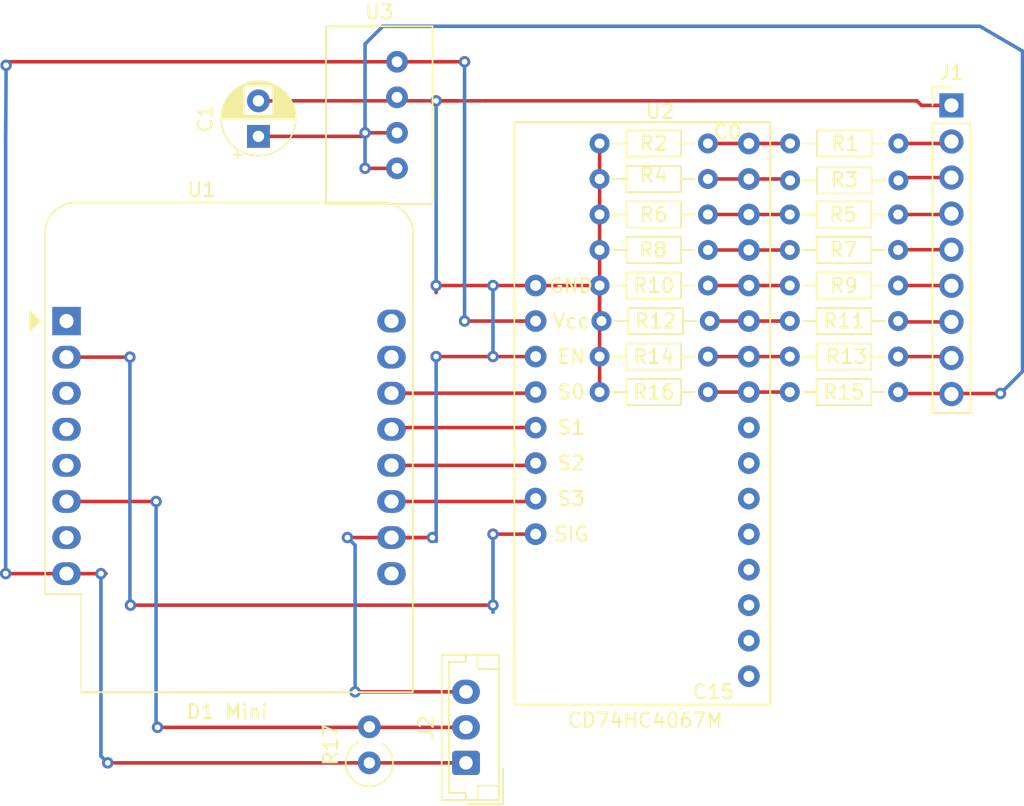
<source format=kicad_pcb>
(kicad_pcb (version 20171130) (host pcbnew 5.1.7-a382d34a8~87~ubuntu18.04.1)

  (general
    (thickness 1.6)
    (drawings 2)
    (tracks 134)
    (zones 0)
    (modules 23)
    (nets 41)
  )

  (page A4)
  (layers
    (0 F.Cu signal)
    (31 B.Cu signal)
    (32 B.Adhes user)
    (33 F.Adhes user)
    (34 B.Paste user)
    (35 F.Paste user)
    (36 B.SilkS user)
    (37 F.SilkS user)
    (38 B.Mask user)
    (39 F.Mask user)
    (40 Dwgs.User user)
    (41 Cmts.User user)
    (42 Eco1.User user)
    (43 Eco2.User user)
    (44 Edge.Cuts user)
    (45 Margin user)
    (46 B.CrtYd user)
    (47 F.CrtYd user)
    (48 B.Fab user)
    (49 F.Fab user hide)
  )

  (setup
    (last_trace_width 0.25)
    (trace_clearance 0.2)
    (zone_clearance 0.508)
    (zone_45_only no)
    (trace_min 0.2)
    (via_size 0.8)
    (via_drill 0.4)
    (via_min_size 0.4)
    (via_min_drill 0.3)
    (uvia_size 0.3)
    (uvia_drill 0.1)
    (uvias_allowed no)
    (uvia_min_size 0.2)
    (uvia_min_drill 0.1)
    (edge_width 0.05)
    (segment_width 0.2)
    (pcb_text_width 0.3)
    (pcb_text_size 1.5 1.5)
    (mod_edge_width 0.12)
    (mod_text_size 1 1)
    (mod_text_width 0.15)
    (pad_size 1.524 1.524)
    (pad_drill 0.762)
    (pad_to_mask_clearance 0)
    (aux_axis_origin 0 0)
    (visible_elements FFFFEF7F)
    (pcbplotparams
      (layerselection 0x010fc_ffffffff)
      (usegerberextensions false)
      (usegerberattributes true)
      (usegerberadvancedattributes true)
      (creategerberjobfile true)
      (excludeedgelayer true)
      (linewidth 0.100000)
      (plotframeref false)
      (viasonmask false)
      (mode 1)
      (useauxorigin false)
      (hpglpennumber 1)
      (hpglpenspeed 20)
      (hpglpendiameter 15.000000)
      (psnegative false)
      (psa4output false)
      (plotreference true)
      (plotvalue true)
      (plotinvisibletext false)
      (padsonsilk false)
      (subtractmaskfromsilk false)
      (outputformat 1)
      (mirror false)
      (drillshape 1)
      (scaleselection 1)
      (outputdirectory ""))
  )

  (net 0 "")
  (net 1 "Net-(U1-Pad16)")
  (net 2 "Net-(U1-Pad15)")
  (net 3 "Net-(U1-Pad9)")
  (net 4 "Net-(U1-Pad7)")
  (net 5 "Net-(U1-Pad5)")
  (net 6 "Net-(U1-Pad4)")
  (net 7 "Net-(U1-Pad3)")
  (net 8 "Net-(U1-Pad1)")
  (net 9 "Net-(U2-Pad23)")
  (net 10 "Net-(U2-Pad22)")
  (net 11 "Net-(U2-Pad21)")
  (net 12 "Net-(U2-Pad20)")
  (net 13 "Net-(U2-Pad19)")
  (net 14 "Net-(U2-Pad18)")
  (net 15 "Net-(U2-Pad17)")
  (net 16 "Net-(U2-Pad16)")
  (net 17 D1)
  (net 18 D2)
  (net 19 D3)
  (net 20 D4)
  (net 21 GND)
  (net 22 3.3V)
  (net 23 ADC)
  (net 24 "Net-(R1-Pad2)")
  (net 25 "Net-(R3-Pad2)")
  (net 26 "Net-(R5-Pad2)")
  (net 27 "Net-(R7-Pad2)")
  (net 28 "Net-(R11-Pad2)")
  (net 29 "Net-(R13-Pad2)")
  (net 30 "Net-(R15-Pad2)")
  (net 31 +6.4V)
  (net 32 +24V)
  (net 33 +22.6)
  (net 34 +19.4V)
  (net 35 +16.2V)
  (net 36 +12.8V)
  (net 37 +9.6V)
  (net 38 +3.2V)
  (net 39 "Net-(R10-Pad2)")
  (net 40 1Wire)

  (net_class Default "This is the default net class."
    (clearance 0.2)
    (trace_width 0.25)
    (via_dia 0.8)
    (via_drill 0.4)
    (uvia_dia 0.3)
    (uvia_drill 0.1)
    (add_net +12.8V)
    (add_net +16.2V)
    (add_net +19.4V)
    (add_net +22.6)
    (add_net +24V)
    (add_net +3.2V)
    (add_net +6.4V)
    (add_net +9.6V)
    (add_net 1Wire)
    (add_net 3.3V)
    (add_net ADC)
    (add_net D1)
    (add_net D2)
    (add_net D3)
    (add_net D4)
    (add_net GND)
    (add_net "Net-(R1-Pad2)")
    (add_net "Net-(R10-Pad2)")
    (add_net "Net-(R11-Pad2)")
    (add_net "Net-(R13-Pad2)")
    (add_net "Net-(R15-Pad2)")
    (add_net "Net-(R3-Pad2)")
    (add_net "Net-(R5-Pad2)")
    (add_net "Net-(R7-Pad2)")
    (add_net "Net-(U1-Pad1)")
    (add_net "Net-(U1-Pad15)")
    (add_net "Net-(U1-Pad16)")
    (add_net "Net-(U1-Pad3)")
    (add_net "Net-(U1-Pad4)")
    (add_net "Net-(U1-Pad5)")
    (add_net "Net-(U1-Pad7)")
    (add_net "Net-(U1-Pad9)")
    (add_net "Net-(U2-Pad16)")
    (add_net "Net-(U2-Pad17)")
    (add_net "Net-(U2-Pad18)")
    (add_net "Net-(U2-Pad19)")
    (add_net "Net-(U2-Pad20)")
    (add_net "Net-(U2-Pad21)")
    (add_net "Net-(U2-Pad22)")
    (add_net "Net-(U2-Pad23)")
  )

  (module Resistor_THT:R_Axial_DIN0309_L9.0mm_D3.2mm_P2.54mm_Vertical (layer F.Cu) (tedit 5AE5139B) (tstamp 624B31DE)
    (at 50.8 88.6 90)
    (descr "Resistor, Axial_DIN0309 series, Axial, Vertical, pin pitch=2.54mm, 0.5W = 1/2W, length*diameter=9*3.2mm^2, http://cdn-reichelt.de/documents/datenblatt/B400/1_4W%23YAG.pdf")
    (tags "Resistor Axial_DIN0309 series Axial Vertical pin pitch 2.54mm 0.5W = 1/2W length 9mm diameter 3.2mm")
    (path /624CAB9E)
    (fp_text reference R17 (at 1.27 -2.72 90) (layer F.SilkS)
      (effects (font (size 1 1) (thickness 0.15)))
    )
    (fp_text value 3k9 (at 1.27 2.72 90) (layer F.Fab)
      (effects (font (size 1 1) (thickness 0.15)))
    )
    (fp_text user %R (at 1.27 -2.72 90) (layer F.Fab)
      (effects (font (size 1 1) (thickness 0.15)))
    )
    (fp_arc (start 0 0) (end 1.453272 -0.8) (angle -295.326041) (layer F.SilkS) (width 0.12))
    (fp_circle (center 0 0) (end 1.6 0) (layer F.Fab) (width 0.1))
    (fp_line (start 0 0) (end 2.54 0) (layer F.Fab) (width 0.1))
    (fp_line (start -1.85 -1.85) (end -1.85 1.85) (layer F.CrtYd) (width 0.05))
    (fp_line (start -1.85 1.85) (end 3.59 1.85) (layer F.CrtYd) (width 0.05))
    (fp_line (start 3.59 1.85) (end 3.59 -1.85) (layer F.CrtYd) (width 0.05))
    (fp_line (start 3.59 -1.85) (end -1.85 -1.85) (layer F.CrtYd) (width 0.05))
    (pad 2 thru_hole oval (at 2.54 0 90) (size 1.6 1.6) (drill 0.8) (layers *.Cu *.Mask)
      (net 40 1Wire))
    (pad 1 thru_hole circle (at 0 0 90) (size 1.6 1.6) (drill 0.8) (layers *.Cu *.Mask)
      (net 22 3.3V))
    (model ${KISYS3DMOD}/Resistor_THT.3dshapes/R_Axial_DIN0309_L9.0mm_D3.2mm_P2.54mm_Vertical.wrl
      (at (xyz 0 0 0))
      (scale (xyz 1 1 1))
      (rotate (xyz 0 0 0))
    )
  )

  (module Connector_JST:JST_EH_B3B-EH-A_1x03_P2.50mm_Vertical (layer F.Cu) (tedit 5C28142C) (tstamp 624B2F10)
    (at 57.6 88.6 90)
    (descr "JST EH series connector, B3B-EH-A (http://www.jst-mfg.com/product/pdf/eng/eEH.pdf), generated with kicad-footprint-generator")
    (tags "connector JST EH vertical")
    (path /624B8442)
    (fp_text reference J2 (at 2.5 -2.8 90) (layer F.SilkS)
      (effects (font (size 1 1) (thickness 0.15)))
    )
    (fp_text value Conn_01x03_Male (at 2.5 3.4 90) (layer F.Fab)
      (effects (font (size 1 1) (thickness 0.15)))
    )
    (fp_text user %R (at 2.5 1.5 90) (layer F.Fab)
      (effects (font (size 1 1) (thickness 0.15)))
    )
    (fp_line (start -2.5 -1.6) (end -2.5 2.2) (layer F.Fab) (width 0.1))
    (fp_line (start -2.5 2.2) (end 7.5 2.2) (layer F.Fab) (width 0.1))
    (fp_line (start 7.5 2.2) (end 7.5 -1.6) (layer F.Fab) (width 0.1))
    (fp_line (start 7.5 -1.6) (end -2.5 -1.6) (layer F.Fab) (width 0.1))
    (fp_line (start -3 -2.1) (end -3 2.7) (layer F.CrtYd) (width 0.05))
    (fp_line (start -3 2.7) (end 8 2.7) (layer F.CrtYd) (width 0.05))
    (fp_line (start 8 2.7) (end 8 -2.1) (layer F.CrtYd) (width 0.05))
    (fp_line (start 8 -2.1) (end -3 -2.1) (layer F.CrtYd) (width 0.05))
    (fp_line (start -2.61 -1.71) (end -2.61 2.31) (layer F.SilkS) (width 0.12))
    (fp_line (start -2.61 2.31) (end 7.61 2.31) (layer F.SilkS) (width 0.12))
    (fp_line (start 7.61 2.31) (end 7.61 -1.71) (layer F.SilkS) (width 0.12))
    (fp_line (start 7.61 -1.71) (end -2.61 -1.71) (layer F.SilkS) (width 0.12))
    (fp_line (start -2.61 0) (end -2.11 0) (layer F.SilkS) (width 0.12))
    (fp_line (start -2.11 0) (end -2.11 -1.21) (layer F.SilkS) (width 0.12))
    (fp_line (start -2.11 -1.21) (end 7.11 -1.21) (layer F.SilkS) (width 0.12))
    (fp_line (start 7.11 -1.21) (end 7.11 0) (layer F.SilkS) (width 0.12))
    (fp_line (start 7.11 0) (end 7.61 0) (layer F.SilkS) (width 0.12))
    (fp_line (start -2.61 0.81) (end -1.61 0.81) (layer F.SilkS) (width 0.12))
    (fp_line (start -1.61 0.81) (end -1.61 2.31) (layer F.SilkS) (width 0.12))
    (fp_line (start 7.61 0.81) (end 6.61 0.81) (layer F.SilkS) (width 0.12))
    (fp_line (start 6.61 0.81) (end 6.61 2.31) (layer F.SilkS) (width 0.12))
    (fp_line (start -2.91 0.11) (end -2.91 2.61) (layer F.SilkS) (width 0.12))
    (fp_line (start -2.91 2.61) (end -0.41 2.61) (layer F.SilkS) (width 0.12))
    (fp_line (start -2.91 0.11) (end -2.91 2.61) (layer F.Fab) (width 0.1))
    (fp_line (start -2.91 2.61) (end -0.41 2.61) (layer F.Fab) (width 0.1))
    (pad 3 thru_hole oval (at 5 0 90) (size 1.7 1.95) (drill 0.95) (layers *.Cu *.Mask)
      (net 21 GND))
    (pad 2 thru_hole oval (at 2.5 0 90) (size 1.7 1.95) (drill 0.95) (layers *.Cu *.Mask)
      (net 40 1Wire))
    (pad 1 thru_hole roundrect (at 0 0 90) (size 1.7 1.95) (drill 0.95) (layers *.Cu *.Mask) (roundrect_rratio 0.147059)
      (net 22 3.3V))
    (model ${KISYS3DMOD}/Connector_JST.3dshapes/JST_EH_B3B-EH-A_1x03_P2.50mm_Vertical.wrl
      (at (xyz 0 0 0))
      (scale (xyz 1 1 1))
      (rotate (xyz 0 0 0))
    )
  )

  (module Capacitor_THT:CP_Radial_D5.0mm_P2.50mm (layer F.Cu) (tedit 5AE50EF0) (tstamp 623D731B)
    (at 43 44.5 90)
    (descr "CP, Radial series, Radial, pin pitch=2.50mm, , diameter=5mm, Electrolytic Capacitor")
    (tags "CP Radial series Radial pin pitch 2.50mm  diameter 5mm Electrolytic Capacitor")
    (path /62425038)
    (fp_text reference C1 (at 1.25 -3.75 90) (layer F.SilkS)
      (effects (font (size 1 1) (thickness 0.15)))
    )
    (fp_text value 33uF (at 1.25 3.75 90) (layer F.Fab)
      (effects (font (size 1 1) (thickness 0.15)))
    )
    (fp_line (start -1.304775 -1.725) (end -1.304775 -1.225) (layer F.SilkS) (width 0.12))
    (fp_line (start -1.554775 -1.475) (end -1.054775 -1.475) (layer F.SilkS) (width 0.12))
    (fp_line (start 3.851 -0.284) (end 3.851 0.284) (layer F.SilkS) (width 0.12))
    (fp_line (start 3.811 -0.518) (end 3.811 0.518) (layer F.SilkS) (width 0.12))
    (fp_line (start 3.771 -0.677) (end 3.771 0.677) (layer F.SilkS) (width 0.12))
    (fp_line (start 3.731 -0.805) (end 3.731 0.805) (layer F.SilkS) (width 0.12))
    (fp_line (start 3.691 -0.915) (end 3.691 0.915) (layer F.SilkS) (width 0.12))
    (fp_line (start 3.651 -1.011) (end 3.651 1.011) (layer F.SilkS) (width 0.12))
    (fp_line (start 3.611 -1.098) (end 3.611 1.098) (layer F.SilkS) (width 0.12))
    (fp_line (start 3.571 -1.178) (end 3.571 1.178) (layer F.SilkS) (width 0.12))
    (fp_line (start 3.531 1.04) (end 3.531 1.251) (layer F.SilkS) (width 0.12))
    (fp_line (start 3.531 -1.251) (end 3.531 -1.04) (layer F.SilkS) (width 0.12))
    (fp_line (start 3.491 1.04) (end 3.491 1.319) (layer F.SilkS) (width 0.12))
    (fp_line (start 3.491 -1.319) (end 3.491 -1.04) (layer F.SilkS) (width 0.12))
    (fp_line (start 3.451 1.04) (end 3.451 1.383) (layer F.SilkS) (width 0.12))
    (fp_line (start 3.451 -1.383) (end 3.451 -1.04) (layer F.SilkS) (width 0.12))
    (fp_line (start 3.411 1.04) (end 3.411 1.443) (layer F.SilkS) (width 0.12))
    (fp_line (start 3.411 -1.443) (end 3.411 -1.04) (layer F.SilkS) (width 0.12))
    (fp_line (start 3.371 1.04) (end 3.371 1.5) (layer F.SilkS) (width 0.12))
    (fp_line (start 3.371 -1.5) (end 3.371 -1.04) (layer F.SilkS) (width 0.12))
    (fp_line (start 3.331 1.04) (end 3.331 1.554) (layer F.SilkS) (width 0.12))
    (fp_line (start 3.331 -1.554) (end 3.331 -1.04) (layer F.SilkS) (width 0.12))
    (fp_line (start 3.291 1.04) (end 3.291 1.605) (layer F.SilkS) (width 0.12))
    (fp_line (start 3.291 -1.605) (end 3.291 -1.04) (layer F.SilkS) (width 0.12))
    (fp_line (start 3.251 1.04) (end 3.251 1.653) (layer F.SilkS) (width 0.12))
    (fp_line (start 3.251 -1.653) (end 3.251 -1.04) (layer F.SilkS) (width 0.12))
    (fp_line (start 3.211 1.04) (end 3.211 1.699) (layer F.SilkS) (width 0.12))
    (fp_line (start 3.211 -1.699) (end 3.211 -1.04) (layer F.SilkS) (width 0.12))
    (fp_line (start 3.171 1.04) (end 3.171 1.743) (layer F.SilkS) (width 0.12))
    (fp_line (start 3.171 -1.743) (end 3.171 -1.04) (layer F.SilkS) (width 0.12))
    (fp_line (start 3.131 1.04) (end 3.131 1.785) (layer F.SilkS) (width 0.12))
    (fp_line (start 3.131 -1.785) (end 3.131 -1.04) (layer F.SilkS) (width 0.12))
    (fp_line (start 3.091 1.04) (end 3.091 1.826) (layer F.SilkS) (width 0.12))
    (fp_line (start 3.091 -1.826) (end 3.091 -1.04) (layer F.SilkS) (width 0.12))
    (fp_line (start 3.051 1.04) (end 3.051 1.864) (layer F.SilkS) (width 0.12))
    (fp_line (start 3.051 -1.864) (end 3.051 -1.04) (layer F.SilkS) (width 0.12))
    (fp_line (start 3.011 1.04) (end 3.011 1.901) (layer F.SilkS) (width 0.12))
    (fp_line (start 3.011 -1.901) (end 3.011 -1.04) (layer F.SilkS) (width 0.12))
    (fp_line (start 2.971 1.04) (end 2.971 1.937) (layer F.SilkS) (width 0.12))
    (fp_line (start 2.971 -1.937) (end 2.971 -1.04) (layer F.SilkS) (width 0.12))
    (fp_line (start 2.931 1.04) (end 2.931 1.971) (layer F.SilkS) (width 0.12))
    (fp_line (start 2.931 -1.971) (end 2.931 -1.04) (layer F.SilkS) (width 0.12))
    (fp_line (start 2.891 1.04) (end 2.891 2.004) (layer F.SilkS) (width 0.12))
    (fp_line (start 2.891 -2.004) (end 2.891 -1.04) (layer F.SilkS) (width 0.12))
    (fp_line (start 2.851 1.04) (end 2.851 2.035) (layer F.SilkS) (width 0.12))
    (fp_line (start 2.851 -2.035) (end 2.851 -1.04) (layer F.SilkS) (width 0.12))
    (fp_line (start 2.811 1.04) (end 2.811 2.065) (layer F.SilkS) (width 0.12))
    (fp_line (start 2.811 -2.065) (end 2.811 -1.04) (layer F.SilkS) (width 0.12))
    (fp_line (start 2.771 1.04) (end 2.771 2.095) (layer F.SilkS) (width 0.12))
    (fp_line (start 2.771 -2.095) (end 2.771 -1.04) (layer F.SilkS) (width 0.12))
    (fp_line (start 2.731 1.04) (end 2.731 2.122) (layer F.SilkS) (width 0.12))
    (fp_line (start 2.731 -2.122) (end 2.731 -1.04) (layer F.SilkS) (width 0.12))
    (fp_line (start 2.691 1.04) (end 2.691 2.149) (layer F.SilkS) (width 0.12))
    (fp_line (start 2.691 -2.149) (end 2.691 -1.04) (layer F.SilkS) (width 0.12))
    (fp_line (start 2.651 1.04) (end 2.651 2.175) (layer F.SilkS) (width 0.12))
    (fp_line (start 2.651 -2.175) (end 2.651 -1.04) (layer F.SilkS) (width 0.12))
    (fp_line (start 2.611 1.04) (end 2.611 2.2) (layer F.SilkS) (width 0.12))
    (fp_line (start 2.611 -2.2) (end 2.611 -1.04) (layer F.SilkS) (width 0.12))
    (fp_line (start 2.571 1.04) (end 2.571 2.224) (layer F.SilkS) (width 0.12))
    (fp_line (start 2.571 -2.224) (end 2.571 -1.04) (layer F.SilkS) (width 0.12))
    (fp_line (start 2.531 1.04) (end 2.531 2.247) (layer F.SilkS) (width 0.12))
    (fp_line (start 2.531 -2.247) (end 2.531 -1.04) (layer F.SilkS) (width 0.12))
    (fp_line (start 2.491 1.04) (end 2.491 2.268) (layer F.SilkS) (width 0.12))
    (fp_line (start 2.491 -2.268) (end 2.491 -1.04) (layer F.SilkS) (width 0.12))
    (fp_line (start 2.451 1.04) (end 2.451 2.29) (layer F.SilkS) (width 0.12))
    (fp_line (start 2.451 -2.29) (end 2.451 -1.04) (layer F.SilkS) (width 0.12))
    (fp_line (start 2.411 1.04) (end 2.411 2.31) (layer F.SilkS) (width 0.12))
    (fp_line (start 2.411 -2.31) (end 2.411 -1.04) (layer F.SilkS) (width 0.12))
    (fp_line (start 2.371 1.04) (end 2.371 2.329) (layer F.SilkS) (width 0.12))
    (fp_line (start 2.371 -2.329) (end 2.371 -1.04) (layer F.SilkS) (width 0.12))
    (fp_line (start 2.331 1.04) (end 2.331 2.348) (layer F.SilkS) (width 0.12))
    (fp_line (start 2.331 -2.348) (end 2.331 -1.04) (layer F.SilkS) (width 0.12))
    (fp_line (start 2.291 1.04) (end 2.291 2.365) (layer F.SilkS) (width 0.12))
    (fp_line (start 2.291 -2.365) (end 2.291 -1.04) (layer F.SilkS) (width 0.12))
    (fp_line (start 2.251 1.04) (end 2.251 2.382) (layer F.SilkS) (width 0.12))
    (fp_line (start 2.251 -2.382) (end 2.251 -1.04) (layer F.SilkS) (width 0.12))
    (fp_line (start 2.211 1.04) (end 2.211 2.398) (layer F.SilkS) (width 0.12))
    (fp_line (start 2.211 -2.398) (end 2.211 -1.04) (layer F.SilkS) (width 0.12))
    (fp_line (start 2.171 1.04) (end 2.171 2.414) (layer F.SilkS) (width 0.12))
    (fp_line (start 2.171 -2.414) (end 2.171 -1.04) (layer F.SilkS) (width 0.12))
    (fp_line (start 2.131 1.04) (end 2.131 2.428) (layer F.SilkS) (width 0.12))
    (fp_line (start 2.131 -2.428) (end 2.131 -1.04) (layer F.SilkS) (width 0.12))
    (fp_line (start 2.091 1.04) (end 2.091 2.442) (layer F.SilkS) (width 0.12))
    (fp_line (start 2.091 -2.442) (end 2.091 -1.04) (layer F.SilkS) (width 0.12))
    (fp_line (start 2.051 1.04) (end 2.051 2.455) (layer F.SilkS) (width 0.12))
    (fp_line (start 2.051 -2.455) (end 2.051 -1.04) (layer F.SilkS) (width 0.12))
    (fp_line (start 2.011 1.04) (end 2.011 2.468) (layer F.SilkS) (width 0.12))
    (fp_line (start 2.011 -2.468) (end 2.011 -1.04) (layer F.SilkS) (width 0.12))
    (fp_line (start 1.971 1.04) (end 1.971 2.48) (layer F.SilkS) (width 0.12))
    (fp_line (start 1.971 -2.48) (end 1.971 -1.04) (layer F.SilkS) (width 0.12))
    (fp_line (start 1.93 1.04) (end 1.93 2.491) (layer F.SilkS) (width 0.12))
    (fp_line (start 1.93 -2.491) (end 1.93 -1.04) (layer F.SilkS) (width 0.12))
    (fp_line (start 1.89 1.04) (end 1.89 2.501) (layer F.SilkS) (width 0.12))
    (fp_line (start 1.89 -2.501) (end 1.89 -1.04) (layer F.SilkS) (width 0.12))
    (fp_line (start 1.85 1.04) (end 1.85 2.511) (layer F.SilkS) (width 0.12))
    (fp_line (start 1.85 -2.511) (end 1.85 -1.04) (layer F.SilkS) (width 0.12))
    (fp_line (start 1.81 1.04) (end 1.81 2.52) (layer F.SilkS) (width 0.12))
    (fp_line (start 1.81 -2.52) (end 1.81 -1.04) (layer F.SilkS) (width 0.12))
    (fp_line (start 1.77 1.04) (end 1.77 2.528) (layer F.SilkS) (width 0.12))
    (fp_line (start 1.77 -2.528) (end 1.77 -1.04) (layer F.SilkS) (width 0.12))
    (fp_line (start 1.73 1.04) (end 1.73 2.536) (layer F.SilkS) (width 0.12))
    (fp_line (start 1.73 -2.536) (end 1.73 -1.04) (layer F.SilkS) (width 0.12))
    (fp_line (start 1.69 1.04) (end 1.69 2.543) (layer F.SilkS) (width 0.12))
    (fp_line (start 1.69 -2.543) (end 1.69 -1.04) (layer F.SilkS) (width 0.12))
    (fp_line (start 1.65 1.04) (end 1.65 2.55) (layer F.SilkS) (width 0.12))
    (fp_line (start 1.65 -2.55) (end 1.65 -1.04) (layer F.SilkS) (width 0.12))
    (fp_line (start 1.61 1.04) (end 1.61 2.556) (layer F.SilkS) (width 0.12))
    (fp_line (start 1.61 -2.556) (end 1.61 -1.04) (layer F.SilkS) (width 0.12))
    (fp_line (start 1.57 1.04) (end 1.57 2.561) (layer F.SilkS) (width 0.12))
    (fp_line (start 1.57 -2.561) (end 1.57 -1.04) (layer F.SilkS) (width 0.12))
    (fp_line (start 1.53 1.04) (end 1.53 2.565) (layer F.SilkS) (width 0.12))
    (fp_line (start 1.53 -2.565) (end 1.53 -1.04) (layer F.SilkS) (width 0.12))
    (fp_line (start 1.49 1.04) (end 1.49 2.569) (layer F.SilkS) (width 0.12))
    (fp_line (start 1.49 -2.569) (end 1.49 -1.04) (layer F.SilkS) (width 0.12))
    (fp_line (start 1.45 -2.573) (end 1.45 2.573) (layer F.SilkS) (width 0.12))
    (fp_line (start 1.41 -2.576) (end 1.41 2.576) (layer F.SilkS) (width 0.12))
    (fp_line (start 1.37 -2.578) (end 1.37 2.578) (layer F.SilkS) (width 0.12))
    (fp_line (start 1.33 -2.579) (end 1.33 2.579) (layer F.SilkS) (width 0.12))
    (fp_line (start 1.29 -2.58) (end 1.29 2.58) (layer F.SilkS) (width 0.12))
    (fp_line (start 1.25 -2.58) (end 1.25 2.58) (layer F.SilkS) (width 0.12))
    (fp_line (start -0.633605 -1.3375) (end -0.633605 -0.8375) (layer F.Fab) (width 0.1))
    (fp_line (start -0.883605 -1.0875) (end -0.383605 -1.0875) (layer F.Fab) (width 0.1))
    (fp_circle (center 1.25 0) (end 4 0) (layer F.CrtYd) (width 0.05))
    (fp_circle (center 1.25 0) (end 3.87 0) (layer F.SilkS) (width 0.12))
    (fp_circle (center 1.25 0) (end 3.75 0) (layer F.Fab) (width 0.1))
    (fp_text user %R (at 1.25 0 90) (layer F.Fab)
      (effects (font (size 1 1) (thickness 0.15)))
    )
    (pad 2 thru_hole circle (at 2.5 0 90) (size 1.6 1.6) (drill 0.8) (layers *.Cu *.Mask)
      (net 21 GND))
    (pad 1 thru_hole rect (at 0 0 90) (size 1.6 1.6) (drill 0.8) (layers *.Cu *.Mask)
      (net 32 +24V))
    (model ${KISYS3DMOD}/Capacitor_THT.3dshapes/CP_Radial_D5.0mm_P2.50mm.wrl
      (at (xyz 0 0 0))
      (scale (xyz 1 1 1))
      (rotate (xyz 0 0 0))
    )
  )

  (module Resistor_THT:R_Axial_DIN0204_L3.6mm_D1.6mm_P7.62mm_Horizontal (layer F.Cu) (tedit 5AE5139B) (tstamp 62369A00)
    (at 67 62.5)
    (descr "Resistor, Axial_DIN0204 series, Axial, Horizontal, pin pitch=7.62mm, 0.167W, length*diameter=3.6*1.6mm^2, http://cdn-reichelt.de/documents/datenblatt/B400/1_4W%23YAG.pdf")
    (tags "Resistor Axial_DIN0204 series Axial Horizontal pin pitch 7.62mm 0.167W length 3.6mm diameter 1.6mm")
    (path /6238F5AE)
    (fp_text reference R16 (at 3.81 0) (layer F.SilkS)
      (effects (font (size 1 1) (thickness 0.15)))
    )
    (fp_text value 1 (at 3.81 1.92) (layer F.Fab)
      (effects (font (size 1 1) (thickness 0.15)))
    )
    (fp_line (start 8.57 -1.05) (end -0.95 -1.05) (layer F.CrtYd) (width 0.05))
    (fp_line (start 8.57 1.05) (end 8.57 -1.05) (layer F.CrtYd) (width 0.05))
    (fp_line (start -0.95 1.05) (end 8.57 1.05) (layer F.CrtYd) (width 0.05))
    (fp_line (start -0.95 -1.05) (end -0.95 1.05) (layer F.CrtYd) (width 0.05))
    (fp_line (start 6.68 0) (end 5.73 0) (layer F.SilkS) (width 0.12))
    (fp_line (start 0.94 0) (end 1.89 0) (layer F.SilkS) (width 0.12))
    (fp_line (start 5.73 -0.92) (end 1.89 -0.92) (layer F.SilkS) (width 0.12))
    (fp_line (start 5.73 0.92) (end 5.73 -0.92) (layer F.SilkS) (width 0.12))
    (fp_line (start 1.89 0.92) (end 5.73 0.92) (layer F.SilkS) (width 0.12))
    (fp_line (start 1.89 -0.92) (end 1.89 0.92) (layer F.SilkS) (width 0.12))
    (fp_line (start 7.62 0) (end 5.61 0) (layer F.Fab) (width 0.1))
    (fp_line (start 0 0) (end 2.01 0) (layer F.Fab) (width 0.1))
    (fp_line (start 5.61 -0.8) (end 2.01 -0.8) (layer F.Fab) (width 0.1))
    (fp_line (start 5.61 0.8) (end 5.61 -0.8) (layer F.Fab) (width 0.1))
    (fp_line (start 2.01 0.8) (end 5.61 0.8) (layer F.Fab) (width 0.1))
    (fp_line (start 2.01 -0.8) (end 2.01 0.8) (layer F.Fab) (width 0.1))
    (fp_text user %R (at 3.81 0) (layer F.Fab)
      (effects (font (size 0.72 0.72) (thickness 0.108)))
    )
    (pad 2 thru_hole oval (at 7.62 0) (size 1.4 1.4) (drill 0.7) (layers *.Cu *.Mask)
      (net 30 "Net-(R15-Pad2)"))
    (pad 1 thru_hole circle (at 0 0) (size 1.4 1.4) (drill 0.7) (layers *.Cu *.Mask)
      (net 21 GND))
    (model ${KISYS3DMOD}/Resistor_THT.3dshapes/R_Axial_DIN0204_L3.6mm_D1.6mm_P7.62mm_Horizontal.wrl
      (at (xyz 0 0 0))
      (scale (xyz 1 1 1))
      (rotate (xyz 0 0 0))
    )
  )

  (module Resistor_THT:R_Axial_DIN0204_L3.6mm_D1.6mm_P7.62mm_Horizontal (layer F.Cu) (tedit 5AE5139B) (tstamp 623699F2)
    (at 88 62.5 180)
    (descr "Resistor, Axial_DIN0204 series, Axial, Horizontal, pin pitch=7.62mm, 0.167W, length*diameter=3.6*1.6mm^2, http://cdn-reichelt.de/documents/datenblatt/B400/1_4W%23YAG.pdf")
    (tags "Resistor Axial_DIN0204 series Axial Horizontal pin pitch 7.62mm 0.167W length 3.6mm diameter 1.6mm")
    (path /6238F1BD)
    (fp_text reference R15 (at 3.81 0) (layer F.SilkS)
      (effects (font (size 1 1) (thickness 0.15)))
    )
    (fp_text value 9 (at 3.81 1.92) (layer F.Fab)
      (effects (font (size 1 1) (thickness 0.15)))
    )
    (fp_line (start 8.57 -1.05) (end -0.95 -1.05) (layer F.CrtYd) (width 0.05))
    (fp_line (start 8.57 1.05) (end 8.57 -1.05) (layer F.CrtYd) (width 0.05))
    (fp_line (start -0.95 1.05) (end 8.57 1.05) (layer F.CrtYd) (width 0.05))
    (fp_line (start -0.95 -1.05) (end -0.95 1.05) (layer F.CrtYd) (width 0.05))
    (fp_line (start 6.68 0) (end 5.73 0) (layer F.SilkS) (width 0.12))
    (fp_line (start 0.94 0) (end 1.89 0) (layer F.SilkS) (width 0.12))
    (fp_line (start 5.73 -0.92) (end 1.89 -0.92) (layer F.SilkS) (width 0.12))
    (fp_line (start 5.73 0.92) (end 5.73 -0.92) (layer F.SilkS) (width 0.12))
    (fp_line (start 1.89 0.92) (end 5.73 0.92) (layer F.SilkS) (width 0.12))
    (fp_line (start 1.89 -0.92) (end 1.89 0.92) (layer F.SilkS) (width 0.12))
    (fp_line (start 7.62 0) (end 5.61 0) (layer F.Fab) (width 0.1))
    (fp_line (start 0 0) (end 2.01 0) (layer F.Fab) (width 0.1))
    (fp_line (start 5.61 -0.8) (end 2.01 -0.8) (layer F.Fab) (width 0.1))
    (fp_line (start 5.61 0.8) (end 5.61 -0.8) (layer F.Fab) (width 0.1))
    (fp_line (start 2.01 0.8) (end 5.61 0.8) (layer F.Fab) (width 0.1))
    (fp_line (start 2.01 -0.8) (end 2.01 0.8) (layer F.Fab) (width 0.1))
    (fp_text user %R (at 3.81 0) (layer F.Fab)
      (effects (font (size 0.72 0.72) (thickness 0.108)))
    )
    (pad 2 thru_hole oval (at 7.62 0 180) (size 1.4 1.4) (drill 0.7) (layers *.Cu *.Mask)
      (net 30 "Net-(R15-Pad2)"))
    (pad 1 thru_hole circle (at 0 0 180) (size 1.4 1.4) (drill 0.7) (layers *.Cu *.Mask)
      (net 32 +24V))
    (model ${KISYS3DMOD}/Resistor_THT.3dshapes/R_Axial_DIN0204_L3.6mm_D1.6mm_P7.62mm_Horizontal.wrl
      (at (xyz 0 0 0))
      (scale (xyz 1 1 1))
      (rotate (xyz 0 0 0))
    )
  )

  (module Resistor_THT:R_Axial_DIN0204_L3.6mm_D1.6mm_P7.62mm_Horizontal (layer F.Cu) (tedit 5AE5139B) (tstamp 623699E4)
    (at 67 60)
    (descr "Resistor, Axial_DIN0204 series, Axial, Horizontal, pin pitch=7.62mm, 0.167W, length*diameter=3.6*1.6mm^2, http://cdn-reichelt.de/documents/datenblatt/B400/1_4W%23YAG.pdf")
    (tags "Resistor Axial_DIN0204 series Axial Horizontal pin pitch 7.62mm 0.167W length 3.6mm diameter 1.6mm")
    (path /62387978)
    (fp_text reference R14 (at 3.81 0) (layer F.SilkS)
      (effects (font (size 1 1) (thickness 0.15)))
    )
    (fp_text value 1 (at 3.81 1.92) (layer F.Fab)
      (effects (font (size 1 1) (thickness 0.15)))
    )
    (fp_line (start 8.57 -1.05) (end -0.95 -1.05) (layer F.CrtYd) (width 0.05))
    (fp_line (start 8.57 1.05) (end 8.57 -1.05) (layer F.CrtYd) (width 0.05))
    (fp_line (start -0.95 1.05) (end 8.57 1.05) (layer F.CrtYd) (width 0.05))
    (fp_line (start -0.95 -1.05) (end -0.95 1.05) (layer F.CrtYd) (width 0.05))
    (fp_line (start 6.68 0) (end 5.73 0) (layer F.SilkS) (width 0.12))
    (fp_line (start 0.94 0) (end 1.89 0) (layer F.SilkS) (width 0.12))
    (fp_line (start 5.73 -0.92) (end 1.89 -0.92) (layer F.SilkS) (width 0.12))
    (fp_line (start 5.73 0.92) (end 5.73 -0.92) (layer F.SilkS) (width 0.12))
    (fp_line (start 1.89 0.92) (end 5.73 0.92) (layer F.SilkS) (width 0.12))
    (fp_line (start 1.89 -0.92) (end 1.89 0.92) (layer F.SilkS) (width 0.12))
    (fp_line (start 7.62 0) (end 5.61 0) (layer F.Fab) (width 0.1))
    (fp_line (start 0 0) (end 2.01 0) (layer F.Fab) (width 0.1))
    (fp_line (start 5.61 -0.8) (end 2.01 -0.8) (layer F.Fab) (width 0.1))
    (fp_line (start 5.61 0.8) (end 5.61 -0.8) (layer F.Fab) (width 0.1))
    (fp_line (start 2.01 0.8) (end 5.61 0.8) (layer F.Fab) (width 0.1))
    (fp_line (start 2.01 -0.8) (end 2.01 0.8) (layer F.Fab) (width 0.1))
    (fp_text user %R (at 3.81 0) (layer F.Fab)
      (effects (font (size 0.72 0.72) (thickness 0.108)))
    )
    (pad 2 thru_hole oval (at 7.62 0) (size 1.4 1.4) (drill 0.7) (layers *.Cu *.Mask)
      (net 29 "Net-(R13-Pad2)"))
    (pad 1 thru_hole circle (at 0 0) (size 1.4 1.4) (drill 0.7) (layers *.Cu *.Mask)
      (net 21 GND))
    (model ${KISYS3DMOD}/Resistor_THT.3dshapes/R_Axial_DIN0204_L3.6mm_D1.6mm_P7.62mm_Horizontal.wrl
      (at (xyz 0 0 0))
      (scale (xyz 1 1 1))
      (rotate (xyz 0 0 0))
    )
  )

  (module Resistor_THT:R_Axial_DIN0204_L3.6mm_D1.6mm_P7.62mm_Horizontal (layer F.Cu) (tedit 5AE5139B) (tstamp 623699D6)
    (at 88 60 180)
    (descr "Resistor, Axial_DIN0204 series, Axial, Horizontal, pin pitch=7.62mm, 0.167W, length*diameter=3.6*1.6mm^2, http://cdn-reichelt.de/documents/datenblatt/B400/1_4W%23YAG.pdf")
    (tags "Resistor Axial_DIN0204 series Axial Horizontal pin pitch 7.62mm 0.167W length 3.6mm diameter 1.6mm")
    (path /62387971)
    (fp_text reference R13 (at 3.62 0) (layer F.SilkS)
      (effects (font (size 1 1) (thickness 0.15)))
    )
    (fp_text value 9 (at 3.81 1.92) (layer F.Fab)
      (effects (font (size 1 1) (thickness 0.15)))
    )
    (fp_line (start 8.57 -1.05) (end -0.95 -1.05) (layer F.CrtYd) (width 0.05))
    (fp_line (start 8.57 1.05) (end 8.57 -1.05) (layer F.CrtYd) (width 0.05))
    (fp_line (start -0.95 1.05) (end 8.57 1.05) (layer F.CrtYd) (width 0.05))
    (fp_line (start -0.95 -1.05) (end -0.95 1.05) (layer F.CrtYd) (width 0.05))
    (fp_line (start 6.68 0) (end 5.73 0) (layer F.SilkS) (width 0.12))
    (fp_line (start 0.94 0) (end 1.89 0) (layer F.SilkS) (width 0.12))
    (fp_line (start 5.73 -0.92) (end 1.89 -0.92) (layer F.SilkS) (width 0.12))
    (fp_line (start 5.73 0.92) (end 5.73 -0.92) (layer F.SilkS) (width 0.12))
    (fp_line (start 1.89 0.92) (end 5.73 0.92) (layer F.SilkS) (width 0.12))
    (fp_line (start 1.89 -0.92) (end 1.89 0.92) (layer F.SilkS) (width 0.12))
    (fp_line (start 7.62 0) (end 5.61 0) (layer F.Fab) (width 0.1))
    (fp_line (start 0 0) (end 2.01 0) (layer F.Fab) (width 0.1))
    (fp_line (start 5.61 -0.8) (end 2.01 -0.8) (layer F.Fab) (width 0.1))
    (fp_line (start 5.61 0.8) (end 5.61 -0.8) (layer F.Fab) (width 0.1))
    (fp_line (start 2.01 0.8) (end 5.61 0.8) (layer F.Fab) (width 0.1))
    (fp_line (start 2.01 -0.8) (end 2.01 0.8) (layer F.Fab) (width 0.1))
    (fp_text user %R (at 3.81 0) (layer F.Fab)
      (effects (font (size 0.72 0.72) (thickness 0.108)))
    )
    (pad 2 thru_hole oval (at 7.62 0 180) (size 1.4 1.4) (drill 0.7) (layers *.Cu *.Mask)
      (net 29 "Net-(R13-Pad2)"))
    (pad 1 thru_hole circle (at 0 0 180) (size 1.4 1.4) (drill 0.7) (layers *.Cu *.Mask)
      (net 33 +22.6))
    (model ${KISYS3DMOD}/Resistor_THT.3dshapes/R_Axial_DIN0204_L3.6mm_D1.6mm_P7.62mm_Horizontal.wrl
      (at (xyz 0 0 0))
      (scale (xyz 1 1 1))
      (rotate (xyz 0 0 0))
    )
  )

  (module Resistor_THT:R_Axial_DIN0204_L3.6mm_D1.6mm_P7.62mm_Horizontal (layer F.Cu) (tedit 5AE5139B) (tstamp 623699C8)
    (at 67.13 57.5)
    (descr "Resistor, Axial_DIN0204 series, Axial, Horizontal, pin pitch=7.62mm, 0.167W, length*diameter=3.6*1.6mm^2, http://cdn-reichelt.de/documents/datenblatt/B400/1_4W%23YAG.pdf")
    (tags "Resistor Axial_DIN0204 series Axial Horizontal pin pitch 7.62mm 0.167W length 3.6mm diameter 1.6mm")
    (path /62386F11)
    (fp_text reference R12 (at 3.81 0) (layer F.SilkS)
      (effects (font (size 1 1) (thickness 0.15)))
    )
    (fp_text value 1 (at 3.81 1.92) (layer F.Fab)
      (effects (font (size 1 1) (thickness 0.15)))
    )
    (fp_line (start 8.57 -1.05) (end -0.95 -1.05) (layer F.CrtYd) (width 0.05))
    (fp_line (start 8.57 1.05) (end 8.57 -1.05) (layer F.CrtYd) (width 0.05))
    (fp_line (start -0.95 1.05) (end 8.57 1.05) (layer F.CrtYd) (width 0.05))
    (fp_line (start -0.95 -1.05) (end -0.95 1.05) (layer F.CrtYd) (width 0.05))
    (fp_line (start 6.68 0) (end 5.73 0) (layer F.SilkS) (width 0.12))
    (fp_line (start 0.94 0) (end 1.89 0) (layer F.SilkS) (width 0.12))
    (fp_line (start 5.73 -0.92) (end 1.89 -0.92) (layer F.SilkS) (width 0.12))
    (fp_line (start 5.73 0.92) (end 5.73 -0.92) (layer F.SilkS) (width 0.12))
    (fp_line (start 1.89 0.92) (end 5.73 0.92) (layer F.SilkS) (width 0.12))
    (fp_line (start 1.89 -0.92) (end 1.89 0.92) (layer F.SilkS) (width 0.12))
    (fp_line (start 7.62 0) (end 5.61 0) (layer F.Fab) (width 0.1))
    (fp_line (start 0 0) (end 2.01 0) (layer F.Fab) (width 0.1))
    (fp_line (start 5.61 -0.8) (end 2.01 -0.8) (layer F.Fab) (width 0.1))
    (fp_line (start 5.61 0.8) (end 5.61 -0.8) (layer F.Fab) (width 0.1))
    (fp_line (start 2.01 0.8) (end 5.61 0.8) (layer F.Fab) (width 0.1))
    (fp_line (start 2.01 -0.8) (end 2.01 0.8) (layer F.Fab) (width 0.1))
    (fp_text user %R (at 3.81 0) (layer F.Fab)
      (effects (font (size 0.72 0.72) (thickness 0.108)))
    )
    (pad 2 thru_hole oval (at 7.62 0) (size 1.4 1.4) (drill 0.7) (layers *.Cu *.Mask)
      (net 28 "Net-(R11-Pad2)"))
    (pad 1 thru_hole circle (at 0 0) (size 1.4 1.4) (drill 0.7) (layers *.Cu *.Mask)
      (net 21 GND))
    (model ${KISYS3DMOD}/Resistor_THT.3dshapes/R_Axial_DIN0204_L3.6mm_D1.6mm_P7.62mm_Horizontal.wrl
      (at (xyz 0 0 0))
      (scale (xyz 1 1 1))
      (rotate (xyz 0 0 0))
    )
  )

  (module Resistor_THT:R_Axial_DIN0204_L3.6mm_D1.6mm_P7.62mm_Horizontal (layer F.Cu) (tedit 5AE5139B) (tstamp 623699BA)
    (at 88 57.5 180)
    (descr "Resistor, Axial_DIN0204 series, Axial, Horizontal, pin pitch=7.62mm, 0.167W, length*diameter=3.6*1.6mm^2, http://cdn-reichelt.de/documents/datenblatt/B400/1_4W%23YAG.pdf")
    (tags "Resistor Axial_DIN0204 series Axial Horizontal pin pitch 7.62mm 0.167W length 3.6mm diameter 1.6mm")
    (path /62386F0A)
    (fp_text reference R11 (at 3.81 0) (layer F.SilkS)
      (effects (font (size 1 1) (thickness 0.15)))
    )
    (fp_text value 9 (at 3.81 1.92) (layer F.Fab)
      (effects (font (size 1 1) (thickness 0.15)))
    )
    (fp_line (start 8.57 -1.05) (end -0.95 -1.05) (layer F.CrtYd) (width 0.05))
    (fp_line (start 8.57 1.05) (end 8.57 -1.05) (layer F.CrtYd) (width 0.05))
    (fp_line (start -0.95 1.05) (end 8.57 1.05) (layer F.CrtYd) (width 0.05))
    (fp_line (start -0.95 -1.05) (end -0.95 1.05) (layer F.CrtYd) (width 0.05))
    (fp_line (start 6.68 0) (end 5.73 0) (layer F.SilkS) (width 0.12))
    (fp_line (start 0.94 0) (end 1.89 0) (layer F.SilkS) (width 0.12))
    (fp_line (start 5.73 -0.92) (end 1.89 -0.92) (layer F.SilkS) (width 0.12))
    (fp_line (start 5.73 0.92) (end 5.73 -0.92) (layer F.SilkS) (width 0.12))
    (fp_line (start 1.89 0.92) (end 5.73 0.92) (layer F.SilkS) (width 0.12))
    (fp_line (start 1.89 -0.92) (end 1.89 0.92) (layer F.SilkS) (width 0.12))
    (fp_line (start 7.62 0) (end 5.61 0) (layer F.Fab) (width 0.1))
    (fp_line (start 0 0) (end 2.01 0) (layer F.Fab) (width 0.1))
    (fp_line (start 5.61 -0.8) (end 2.01 -0.8) (layer F.Fab) (width 0.1))
    (fp_line (start 5.61 0.8) (end 5.61 -0.8) (layer F.Fab) (width 0.1))
    (fp_line (start 2.01 0.8) (end 5.61 0.8) (layer F.Fab) (width 0.1))
    (fp_line (start 2.01 -0.8) (end 2.01 0.8) (layer F.Fab) (width 0.1))
    (fp_text user %R (at 3.81 0) (layer F.Fab)
      (effects (font (size 0.72 0.72) (thickness 0.108)))
    )
    (pad 2 thru_hole oval (at 7.62 0 180) (size 1.4 1.4) (drill 0.7) (layers *.Cu *.Mask)
      (net 28 "Net-(R11-Pad2)"))
    (pad 1 thru_hole circle (at 0 0 180) (size 1.4 1.4) (drill 0.7) (layers *.Cu *.Mask)
      (net 34 +19.4V))
    (model ${KISYS3DMOD}/Resistor_THT.3dshapes/R_Axial_DIN0204_L3.6mm_D1.6mm_P7.62mm_Horizontal.wrl
      (at (xyz 0 0 0))
      (scale (xyz 1 1 1))
      (rotate (xyz 0 0 0))
    )
  )

  (module Resistor_THT:R_Axial_DIN0204_L3.6mm_D1.6mm_P7.62mm_Horizontal (layer F.Cu) (tedit 5AE5139B) (tstamp 623699AC)
    (at 67 55)
    (descr "Resistor, Axial_DIN0204 series, Axial, Horizontal, pin pitch=7.62mm, 0.167W, length*diameter=3.6*1.6mm^2, http://cdn-reichelt.de/documents/datenblatt/B400/1_4W%23YAG.pdf")
    (tags "Resistor Axial_DIN0204 series Axial Horizontal pin pitch 7.62mm 0.167W length 3.6mm diameter 1.6mm")
    (path /6238683D)
    (fp_text reference R10 (at 3.81 0) (layer F.SilkS)
      (effects (font (size 1 1) (thickness 0.15)))
    )
    (fp_text value 1 (at 3.81 1.92) (layer F.Fab)
      (effects (font (size 1 1) (thickness 0.15)))
    )
    (fp_line (start 8.57 -1.05) (end -0.95 -1.05) (layer F.CrtYd) (width 0.05))
    (fp_line (start 8.57 1.05) (end 8.57 -1.05) (layer F.CrtYd) (width 0.05))
    (fp_line (start -0.95 1.05) (end 8.57 1.05) (layer F.CrtYd) (width 0.05))
    (fp_line (start -0.95 -1.05) (end -0.95 1.05) (layer F.CrtYd) (width 0.05))
    (fp_line (start 6.68 0) (end 5.73 0) (layer F.SilkS) (width 0.12))
    (fp_line (start 0.94 0) (end 1.89 0) (layer F.SilkS) (width 0.12))
    (fp_line (start 5.73 -0.92) (end 1.89 -0.92) (layer F.SilkS) (width 0.12))
    (fp_line (start 5.73 0.92) (end 5.73 -0.92) (layer F.SilkS) (width 0.12))
    (fp_line (start 1.89 0.92) (end 5.73 0.92) (layer F.SilkS) (width 0.12))
    (fp_line (start 1.89 -0.92) (end 1.89 0.92) (layer F.SilkS) (width 0.12))
    (fp_line (start 7.62 0) (end 5.61 0) (layer F.Fab) (width 0.1))
    (fp_line (start 0 0) (end 2.01 0) (layer F.Fab) (width 0.1))
    (fp_line (start 5.61 -0.8) (end 2.01 -0.8) (layer F.Fab) (width 0.1))
    (fp_line (start 5.61 0.8) (end 5.61 -0.8) (layer F.Fab) (width 0.1))
    (fp_line (start 2.01 0.8) (end 5.61 0.8) (layer F.Fab) (width 0.1))
    (fp_line (start 2.01 -0.8) (end 2.01 0.8) (layer F.Fab) (width 0.1))
    (fp_text user %R (at 3.81 0) (layer F.Fab)
      (effects (font (size 0.72 0.72) (thickness 0.108)))
    )
    (pad 2 thru_hole oval (at 7.62 0) (size 1.4 1.4) (drill 0.7) (layers *.Cu *.Mask)
      (net 39 "Net-(R10-Pad2)"))
    (pad 1 thru_hole circle (at 0 0) (size 1.4 1.4) (drill 0.7) (layers *.Cu *.Mask)
      (net 21 GND))
    (model ${KISYS3DMOD}/Resistor_THT.3dshapes/R_Axial_DIN0204_L3.6mm_D1.6mm_P7.62mm_Horizontal.wrl
      (at (xyz 0 0 0))
      (scale (xyz 1 1 1))
      (rotate (xyz 0 0 0))
    )
  )

  (module Resistor_THT:R_Axial_DIN0204_L3.6mm_D1.6mm_P7.62mm_Horizontal (layer F.Cu) (tedit 5AE5139B) (tstamp 6236999E)
    (at 88 55 180)
    (descr "Resistor, Axial_DIN0204 series, Axial, Horizontal, pin pitch=7.62mm, 0.167W, length*diameter=3.6*1.6mm^2, http://cdn-reichelt.de/documents/datenblatt/B400/1_4W%23YAG.pdf")
    (tags "Resistor Axial_DIN0204 series Axial Horizontal pin pitch 7.62mm 0.167W length 3.6mm diameter 1.6mm")
    (path /62386836)
    (fp_text reference R9 (at 3.81 0) (layer F.SilkS)
      (effects (font (size 1 1) (thickness 0.15)))
    )
    (fp_text value 9 (at 3.81 1.92) (layer F.Fab)
      (effects (font (size 1 1) (thickness 0.15)))
    )
    (fp_line (start 8.57 -1.05) (end -0.95 -1.05) (layer F.CrtYd) (width 0.05))
    (fp_line (start 8.57 1.05) (end 8.57 -1.05) (layer F.CrtYd) (width 0.05))
    (fp_line (start -0.95 1.05) (end 8.57 1.05) (layer F.CrtYd) (width 0.05))
    (fp_line (start -0.95 -1.05) (end -0.95 1.05) (layer F.CrtYd) (width 0.05))
    (fp_line (start 6.68 0) (end 5.73 0) (layer F.SilkS) (width 0.12))
    (fp_line (start 0.94 0) (end 1.89 0) (layer F.SilkS) (width 0.12))
    (fp_line (start 5.73 -0.92) (end 1.89 -0.92) (layer F.SilkS) (width 0.12))
    (fp_line (start 5.73 0.92) (end 5.73 -0.92) (layer F.SilkS) (width 0.12))
    (fp_line (start 1.89 0.92) (end 5.73 0.92) (layer F.SilkS) (width 0.12))
    (fp_line (start 1.89 -0.92) (end 1.89 0.92) (layer F.SilkS) (width 0.12))
    (fp_line (start 7.62 0) (end 5.61 0) (layer F.Fab) (width 0.1))
    (fp_line (start 0 0) (end 2.01 0) (layer F.Fab) (width 0.1))
    (fp_line (start 5.61 -0.8) (end 2.01 -0.8) (layer F.Fab) (width 0.1))
    (fp_line (start 5.61 0.8) (end 5.61 -0.8) (layer F.Fab) (width 0.1))
    (fp_line (start 2.01 0.8) (end 5.61 0.8) (layer F.Fab) (width 0.1))
    (fp_line (start 2.01 -0.8) (end 2.01 0.8) (layer F.Fab) (width 0.1))
    (fp_text user %R (at 3.81 0) (layer F.Fab)
      (effects (font (size 0.72 0.72) (thickness 0.108)))
    )
    (pad 2 thru_hole oval (at 7.62 0 180) (size 1.4 1.4) (drill 0.7) (layers *.Cu *.Mask)
      (net 39 "Net-(R10-Pad2)"))
    (pad 1 thru_hole circle (at 0 0 180) (size 1.4 1.4) (drill 0.7) (layers *.Cu *.Mask)
      (net 35 +16.2V))
    (model ${KISYS3DMOD}/Resistor_THT.3dshapes/R_Axial_DIN0204_L3.6mm_D1.6mm_P7.62mm_Horizontal.wrl
      (at (xyz 0 0 0))
      (scale (xyz 1 1 1))
      (rotate (xyz 0 0 0))
    )
  )

  (module Resistor_THT:R_Axial_DIN0204_L3.6mm_D1.6mm_P7.62mm_Horizontal (layer F.Cu) (tedit 5AE5139B) (tstamp 62369990)
    (at 67 52.5)
    (descr "Resistor, Axial_DIN0204 series, Axial, Horizontal, pin pitch=7.62mm, 0.167W, length*diameter=3.6*1.6mm^2, http://cdn-reichelt.de/documents/datenblatt/B400/1_4W%23YAG.pdf")
    (tags "Resistor Axial_DIN0204 series Axial Horizontal pin pitch 7.62mm 0.167W length 3.6mm diameter 1.6mm")
    (path /62386019)
    (fp_text reference R8 (at 3.75 0) (layer F.SilkS)
      (effects (font (size 1 1) (thickness 0.15)))
    )
    (fp_text value 1 (at 3.81 1.92) (layer F.Fab)
      (effects (font (size 1 1) (thickness 0.15)))
    )
    (fp_line (start 8.57 -1.05) (end -0.95 -1.05) (layer F.CrtYd) (width 0.05))
    (fp_line (start 8.57 1.05) (end 8.57 -1.05) (layer F.CrtYd) (width 0.05))
    (fp_line (start -0.95 1.05) (end 8.57 1.05) (layer F.CrtYd) (width 0.05))
    (fp_line (start -0.95 -1.05) (end -0.95 1.05) (layer F.CrtYd) (width 0.05))
    (fp_line (start 6.68 0) (end 5.73 0) (layer F.SilkS) (width 0.12))
    (fp_line (start 0.94 0) (end 1.89 0) (layer F.SilkS) (width 0.12))
    (fp_line (start 5.73 -0.92) (end 1.89 -0.92) (layer F.SilkS) (width 0.12))
    (fp_line (start 5.73 0.92) (end 5.73 -0.92) (layer F.SilkS) (width 0.12))
    (fp_line (start 1.89 0.92) (end 5.73 0.92) (layer F.SilkS) (width 0.12))
    (fp_line (start 1.89 -0.92) (end 1.89 0.92) (layer F.SilkS) (width 0.12))
    (fp_line (start 7.62 0) (end 5.61 0) (layer F.Fab) (width 0.1))
    (fp_line (start 0 0) (end 2.01 0) (layer F.Fab) (width 0.1))
    (fp_line (start 5.61 -0.8) (end 2.01 -0.8) (layer F.Fab) (width 0.1))
    (fp_line (start 5.61 0.8) (end 5.61 -0.8) (layer F.Fab) (width 0.1))
    (fp_line (start 2.01 0.8) (end 5.61 0.8) (layer F.Fab) (width 0.1))
    (fp_line (start 2.01 -0.8) (end 2.01 0.8) (layer F.Fab) (width 0.1))
    (fp_text user %R (at 3.81 0) (layer F.Fab)
      (effects (font (size 0.72 0.72) (thickness 0.108)))
    )
    (pad 2 thru_hole oval (at 7.62 0) (size 1.4 1.4) (drill 0.7) (layers *.Cu *.Mask)
      (net 27 "Net-(R7-Pad2)"))
    (pad 1 thru_hole circle (at 0 0) (size 1.4 1.4) (drill 0.7) (layers *.Cu *.Mask)
      (net 21 GND))
    (model ${KISYS3DMOD}/Resistor_THT.3dshapes/R_Axial_DIN0204_L3.6mm_D1.6mm_P7.62mm_Horizontal.wrl
      (at (xyz 0 0 0))
      (scale (xyz 1 1 1))
      (rotate (xyz 0 0 0))
    )
  )

  (module Resistor_THT:R_Axial_DIN0204_L3.6mm_D1.6mm_P7.62mm_Horizontal (layer F.Cu) (tedit 5AE5139B) (tstamp 62369982)
    (at 88 52.5 180)
    (descr "Resistor, Axial_DIN0204 series, Axial, Horizontal, pin pitch=7.62mm, 0.167W, length*diameter=3.6*1.6mm^2, http://cdn-reichelt.de/documents/datenblatt/B400/1_4W%23YAG.pdf")
    (tags "Resistor Axial_DIN0204 series Axial Horizontal pin pitch 7.62mm 0.167W length 3.6mm diameter 1.6mm")
    (path /62386012)
    (fp_text reference R7 (at 3.87 0) (layer F.SilkS)
      (effects (font (size 1 1) (thickness 0.15)))
    )
    (fp_text value 9 (at 3.81 1.92) (layer F.Fab)
      (effects (font (size 1 1) (thickness 0.15)))
    )
    (fp_line (start 8.57 -1.05) (end -0.95 -1.05) (layer F.CrtYd) (width 0.05))
    (fp_line (start 8.57 1.05) (end 8.57 -1.05) (layer F.CrtYd) (width 0.05))
    (fp_line (start -0.95 1.05) (end 8.57 1.05) (layer F.CrtYd) (width 0.05))
    (fp_line (start -0.95 -1.05) (end -0.95 1.05) (layer F.CrtYd) (width 0.05))
    (fp_line (start 6.68 0) (end 5.73 0) (layer F.SilkS) (width 0.12))
    (fp_line (start 0.94 0) (end 1.89 0) (layer F.SilkS) (width 0.12))
    (fp_line (start 5.73 -0.92) (end 1.89 -0.92) (layer F.SilkS) (width 0.12))
    (fp_line (start 5.73 0.92) (end 5.73 -0.92) (layer F.SilkS) (width 0.12))
    (fp_line (start 1.89 0.92) (end 5.73 0.92) (layer F.SilkS) (width 0.12))
    (fp_line (start 1.89 -0.92) (end 1.89 0.92) (layer F.SilkS) (width 0.12))
    (fp_line (start 7.62 0) (end 5.61 0) (layer F.Fab) (width 0.1))
    (fp_line (start 0 0) (end 2.01 0) (layer F.Fab) (width 0.1))
    (fp_line (start 5.61 -0.8) (end 2.01 -0.8) (layer F.Fab) (width 0.1))
    (fp_line (start 5.61 0.8) (end 5.61 -0.8) (layer F.Fab) (width 0.1))
    (fp_line (start 2.01 0.8) (end 5.61 0.8) (layer F.Fab) (width 0.1))
    (fp_line (start 2.01 -0.8) (end 2.01 0.8) (layer F.Fab) (width 0.1))
    (fp_text user %R (at 3.81 0) (layer F.Fab)
      (effects (font (size 0.72 0.72) (thickness 0.108)))
    )
    (pad 2 thru_hole oval (at 7.62 0 180) (size 1.4 1.4) (drill 0.7) (layers *.Cu *.Mask)
      (net 27 "Net-(R7-Pad2)"))
    (pad 1 thru_hole circle (at 0 0 180) (size 1.4 1.4) (drill 0.7) (layers *.Cu *.Mask)
      (net 36 +12.8V))
    (model ${KISYS3DMOD}/Resistor_THT.3dshapes/R_Axial_DIN0204_L3.6mm_D1.6mm_P7.62mm_Horizontal.wrl
      (at (xyz 0 0 0))
      (scale (xyz 1 1 1))
      (rotate (xyz 0 0 0))
    )
  )

  (module Resistor_THT:R_Axial_DIN0204_L3.6mm_D1.6mm_P7.62mm_Horizontal (layer F.Cu) (tedit 5AE5139B) (tstamp 62369974)
    (at 67 50)
    (descr "Resistor, Axial_DIN0204 series, Axial, Horizontal, pin pitch=7.62mm, 0.167W, length*diameter=3.6*1.6mm^2, http://cdn-reichelt.de/documents/datenblatt/B400/1_4W%23YAG.pdf")
    (tags "Resistor Axial_DIN0204 series Axial Horizontal pin pitch 7.62mm 0.167W length 3.6mm diameter 1.6mm")
    (path /62385504)
    (fp_text reference R6 (at 3.81 0) (layer F.SilkS)
      (effects (font (size 1 1) (thickness 0.15)))
    )
    (fp_text value 1 (at 3.81 1.92) (layer F.Fab)
      (effects (font (size 1 1) (thickness 0.15)))
    )
    (fp_line (start 8.57 -1.05) (end -0.95 -1.05) (layer F.CrtYd) (width 0.05))
    (fp_line (start 8.57 1.05) (end 8.57 -1.05) (layer F.CrtYd) (width 0.05))
    (fp_line (start -0.95 1.05) (end 8.57 1.05) (layer F.CrtYd) (width 0.05))
    (fp_line (start -0.95 -1.05) (end -0.95 1.05) (layer F.CrtYd) (width 0.05))
    (fp_line (start 6.68 0) (end 5.73 0) (layer F.SilkS) (width 0.12))
    (fp_line (start 0.94 0) (end 1.89 0) (layer F.SilkS) (width 0.12))
    (fp_line (start 5.73 -0.92) (end 1.89 -0.92) (layer F.SilkS) (width 0.12))
    (fp_line (start 5.73 0.92) (end 5.73 -0.92) (layer F.SilkS) (width 0.12))
    (fp_line (start 1.89 0.92) (end 5.73 0.92) (layer F.SilkS) (width 0.12))
    (fp_line (start 1.89 -0.92) (end 1.89 0.92) (layer F.SilkS) (width 0.12))
    (fp_line (start 7.62 0) (end 5.61 0) (layer F.Fab) (width 0.1))
    (fp_line (start 0 0) (end 2.01 0) (layer F.Fab) (width 0.1))
    (fp_line (start 5.61 -0.8) (end 2.01 -0.8) (layer F.Fab) (width 0.1))
    (fp_line (start 5.61 0.8) (end 5.61 -0.8) (layer F.Fab) (width 0.1))
    (fp_line (start 2.01 0.8) (end 5.61 0.8) (layer F.Fab) (width 0.1))
    (fp_line (start 2.01 -0.8) (end 2.01 0.8) (layer F.Fab) (width 0.1))
    (fp_text user %R (at 3.81 0) (layer F.Fab)
      (effects (font (size 0.72 0.72) (thickness 0.108)))
    )
    (pad 2 thru_hole oval (at 7.62 0) (size 1.4 1.4) (drill 0.7) (layers *.Cu *.Mask)
      (net 26 "Net-(R5-Pad2)"))
    (pad 1 thru_hole circle (at 0 0) (size 1.4 1.4) (drill 0.7) (layers *.Cu *.Mask)
      (net 21 GND))
    (model ${KISYS3DMOD}/Resistor_THT.3dshapes/R_Axial_DIN0204_L3.6mm_D1.6mm_P7.62mm_Horizontal.wrl
      (at (xyz 0 0 0))
      (scale (xyz 1 1 1))
      (rotate (xyz 0 0 0))
    )
  )

  (module Resistor_THT:R_Axial_DIN0204_L3.6mm_D1.6mm_P7.62mm_Horizontal (layer F.Cu) (tedit 5AE5139B) (tstamp 62369966)
    (at 88 50 180)
    (descr "Resistor, Axial_DIN0204 series, Axial, Horizontal, pin pitch=7.62mm, 0.167W, length*diameter=3.6*1.6mm^2, http://cdn-reichelt.de/documents/datenblatt/B400/1_4W%23YAG.pdf")
    (tags "Resistor Axial_DIN0204 series Axial Horizontal pin pitch 7.62mm 0.167W length 3.6mm diameter 1.6mm")
    (path /623854FD)
    (fp_text reference R5 (at 3.87 0) (layer F.SilkS)
      (effects (font (size 1 1) (thickness 0.15)))
    )
    (fp_text value 9 (at 3.81 1.92) (layer F.Fab)
      (effects (font (size 1 1) (thickness 0.15)))
    )
    (fp_line (start 8.57 -1.05) (end -0.95 -1.05) (layer F.CrtYd) (width 0.05))
    (fp_line (start 8.57 1.05) (end 8.57 -1.05) (layer F.CrtYd) (width 0.05))
    (fp_line (start -0.95 1.05) (end 8.57 1.05) (layer F.CrtYd) (width 0.05))
    (fp_line (start -0.95 -1.05) (end -0.95 1.05) (layer F.CrtYd) (width 0.05))
    (fp_line (start 6.68 0) (end 5.73 0) (layer F.SilkS) (width 0.12))
    (fp_line (start 0.94 0) (end 1.89 0) (layer F.SilkS) (width 0.12))
    (fp_line (start 5.73 -0.92) (end 1.89 -0.92) (layer F.SilkS) (width 0.12))
    (fp_line (start 5.73 0.92) (end 5.73 -0.92) (layer F.SilkS) (width 0.12))
    (fp_line (start 1.89 0.92) (end 5.73 0.92) (layer F.SilkS) (width 0.12))
    (fp_line (start 1.89 -0.92) (end 1.89 0.92) (layer F.SilkS) (width 0.12))
    (fp_line (start 7.62 0) (end 5.61 0) (layer F.Fab) (width 0.1))
    (fp_line (start 0 0) (end 2.01 0) (layer F.Fab) (width 0.1))
    (fp_line (start 5.61 -0.8) (end 2.01 -0.8) (layer F.Fab) (width 0.1))
    (fp_line (start 5.61 0.8) (end 5.61 -0.8) (layer F.Fab) (width 0.1))
    (fp_line (start 2.01 0.8) (end 5.61 0.8) (layer F.Fab) (width 0.1))
    (fp_line (start 2.01 -0.8) (end 2.01 0.8) (layer F.Fab) (width 0.1))
    (fp_text user %R (at 3.81 0) (layer F.Fab)
      (effects (font (size 0.72 0.72) (thickness 0.108)))
    )
    (pad 2 thru_hole oval (at 7.62 0 180) (size 1.4 1.4) (drill 0.7) (layers *.Cu *.Mask)
      (net 26 "Net-(R5-Pad2)"))
    (pad 1 thru_hole circle (at 0 0 180) (size 1.4 1.4) (drill 0.7) (layers *.Cu *.Mask)
      (net 37 +9.6V))
    (model ${KISYS3DMOD}/Resistor_THT.3dshapes/R_Axial_DIN0204_L3.6mm_D1.6mm_P7.62mm_Horizontal.wrl
      (at (xyz 0 0 0))
      (scale (xyz 1 1 1))
      (rotate (xyz 0 0 0))
    )
  )

  (module Resistor_THT:R_Axial_DIN0204_L3.6mm_D1.6mm_P7.62mm_Horizontal (layer F.Cu) (tedit 5AE5139B) (tstamp 62369958)
    (at 67 47.5)
    (descr "Resistor, Axial_DIN0204 series, Axial, Horizontal, pin pitch=7.62mm, 0.167W, length*diameter=3.6*1.6mm^2, http://cdn-reichelt.de/documents/datenblatt/B400/1_4W%23YAG.pdf")
    (tags "Resistor Axial_DIN0204 series Axial Horizontal pin pitch 7.62mm 0.167W length 3.6mm diameter 1.6mm")
    (path /62384BB7)
    (fp_text reference R4 (at 3.81 -0.25) (layer F.SilkS)
      (effects (font (size 1 1) (thickness 0.15)))
    )
    (fp_text value 1 (at 3.81 1.92) (layer F.Fab)
      (effects (font (size 1 1) (thickness 0.15)))
    )
    (fp_line (start 8.57 -1.05) (end -0.95 -1.05) (layer F.CrtYd) (width 0.05))
    (fp_line (start 8.57 1.05) (end 8.57 -1.05) (layer F.CrtYd) (width 0.05))
    (fp_line (start -0.95 1.05) (end 8.57 1.05) (layer F.CrtYd) (width 0.05))
    (fp_line (start -0.95 -1.05) (end -0.95 1.05) (layer F.CrtYd) (width 0.05))
    (fp_line (start 6.68 0) (end 5.73 0) (layer F.SilkS) (width 0.12))
    (fp_line (start 0.94 0) (end 1.89 0) (layer F.SilkS) (width 0.12))
    (fp_line (start 5.73 -0.92) (end 1.89 -0.92) (layer F.SilkS) (width 0.12))
    (fp_line (start 5.73 0.92) (end 5.73 -0.92) (layer F.SilkS) (width 0.12))
    (fp_line (start 1.89 0.92) (end 5.73 0.92) (layer F.SilkS) (width 0.12))
    (fp_line (start 1.89 -0.92) (end 1.89 0.92) (layer F.SilkS) (width 0.12))
    (fp_line (start 7.62 0) (end 5.61 0) (layer F.Fab) (width 0.1))
    (fp_line (start 0 0) (end 2.01 0) (layer F.Fab) (width 0.1))
    (fp_line (start 5.61 -0.8) (end 2.01 -0.8) (layer F.Fab) (width 0.1))
    (fp_line (start 5.61 0.8) (end 5.61 -0.8) (layer F.Fab) (width 0.1))
    (fp_line (start 2.01 0.8) (end 5.61 0.8) (layer F.Fab) (width 0.1))
    (fp_line (start 2.01 -0.8) (end 2.01 0.8) (layer F.Fab) (width 0.1))
    (fp_text user %R (at 3.81 0) (layer F.Fab)
      (effects (font (size 0.72 0.72) (thickness 0.108)))
    )
    (pad 2 thru_hole oval (at 7.62 0) (size 1.4 1.4) (drill 0.7) (layers *.Cu *.Mask)
      (net 25 "Net-(R3-Pad2)"))
    (pad 1 thru_hole circle (at 0 0) (size 1.4 1.4) (drill 0.7) (layers *.Cu *.Mask)
      (net 21 GND))
    (model ${KISYS3DMOD}/Resistor_THT.3dshapes/R_Axial_DIN0204_L3.6mm_D1.6mm_P7.62mm_Horizontal.wrl
      (at (xyz 0 0 0))
      (scale (xyz 1 1 1))
      (rotate (xyz 0 0 0))
    )
  )

  (module Resistor_THT:R_Axial_DIN0204_L3.6mm_D1.6mm_P7.62mm_Horizontal (layer F.Cu) (tedit 5AE5139B) (tstamp 6236994A)
    (at 88.02 47.6 180)
    (descr "Resistor, Axial_DIN0204 series, Axial, Horizontal, pin pitch=7.62mm, 0.167W, length*diameter=3.6*1.6mm^2, http://cdn-reichelt.de/documents/datenblatt/B400/1_4W%23YAG.pdf")
    (tags "Resistor Axial_DIN0204 series Axial Horizontal pin pitch 7.62mm 0.167W length 3.6mm diameter 1.6mm")
    (path /62384BB0)
    (fp_text reference R3 (at 3.81 0.05) (layer F.SilkS)
      (effects (font (size 1 1) (thickness 0.15)))
    )
    (fp_text value 9 (at 3.81 1.92) (layer F.Fab)
      (effects (font (size 1 1) (thickness 0.15)))
    )
    (fp_line (start 8.57 -1.05) (end -0.95 -1.05) (layer F.CrtYd) (width 0.05))
    (fp_line (start 8.57 1.05) (end 8.57 -1.05) (layer F.CrtYd) (width 0.05))
    (fp_line (start -0.95 1.05) (end 8.57 1.05) (layer F.CrtYd) (width 0.05))
    (fp_line (start -0.95 -1.05) (end -0.95 1.05) (layer F.CrtYd) (width 0.05))
    (fp_line (start 6.68 0) (end 5.73 0) (layer F.SilkS) (width 0.12))
    (fp_line (start 0.94 0) (end 1.89 0) (layer F.SilkS) (width 0.12))
    (fp_line (start 5.73 -0.92) (end 1.89 -0.92) (layer F.SilkS) (width 0.12))
    (fp_line (start 5.73 0.92) (end 5.73 -0.92) (layer F.SilkS) (width 0.12))
    (fp_line (start 1.89 0.92) (end 5.73 0.92) (layer F.SilkS) (width 0.12))
    (fp_line (start 1.89 -0.92) (end 1.89 0.92) (layer F.SilkS) (width 0.12))
    (fp_line (start 7.62 0) (end 5.61 0) (layer F.Fab) (width 0.1))
    (fp_line (start 0 0) (end 2.01 0) (layer F.Fab) (width 0.1))
    (fp_line (start 5.61 -0.8) (end 2.01 -0.8) (layer F.Fab) (width 0.1))
    (fp_line (start 5.61 0.8) (end 5.61 -0.8) (layer F.Fab) (width 0.1))
    (fp_line (start 2.01 0.8) (end 5.61 0.8) (layer F.Fab) (width 0.1))
    (fp_line (start 2.01 -0.8) (end 2.01 0.8) (layer F.Fab) (width 0.1))
    (fp_text user %R (at 3.81 0) (layer F.Fab)
      (effects (font (size 0.72 0.72) (thickness 0.108)))
    )
    (pad 2 thru_hole oval (at 7.62 0 180) (size 1.4 1.4) (drill 0.7) (layers *.Cu *.Mask)
      (net 25 "Net-(R3-Pad2)"))
    (pad 1 thru_hole circle (at 0 0 180) (size 1.4 1.4) (drill 0.7) (layers *.Cu *.Mask)
      (net 31 +6.4V))
    (model ${KISYS3DMOD}/Resistor_THT.3dshapes/R_Axial_DIN0204_L3.6mm_D1.6mm_P7.62mm_Horizontal.wrl
      (at (xyz 0 0 0))
      (scale (xyz 1 1 1))
      (rotate (xyz 0 0 0))
    )
  )

  (module Connector_PinHeader_2.54mm:PinHeader_1x09_P2.54mm_Vertical (layer F.Cu) (tedit 59FED5CC) (tstamp 62369920)
    (at 91.75 42.32)
    (descr "Through hole straight pin header, 1x09, 2.54mm pitch, single row")
    (tags "Through hole pin header THT 1x09 2.54mm single row")
    (path /62389C7C)
    (fp_text reference J1 (at 0 -2.33) (layer F.SilkS)
      (effects (font (size 1 1) (thickness 0.15)))
    )
    (fp_text value Conn_01x09_Male (at 0 23.82) (layer F.Fab)
      (effects (font (size 1 1) (thickness 0.15)))
    )
    (fp_line (start 1.8 -1.8) (end -1.8 -1.8) (layer F.CrtYd) (width 0.05))
    (fp_line (start 1.8 22.1) (end 1.8 -1.8) (layer F.CrtYd) (width 0.05))
    (fp_line (start -1.8 22.1) (end 1.8 22.1) (layer F.CrtYd) (width 0.05))
    (fp_line (start -1.8 -1.8) (end -1.8 22.1) (layer F.CrtYd) (width 0.05))
    (fp_line (start -1.33 -1.33) (end 0 -1.33) (layer F.SilkS) (width 0.12))
    (fp_line (start -1.33 0) (end -1.33 -1.33) (layer F.SilkS) (width 0.12))
    (fp_line (start -1.33 1.27) (end 1.33 1.27) (layer F.SilkS) (width 0.12))
    (fp_line (start 1.33 1.27) (end 1.33 21.65) (layer F.SilkS) (width 0.12))
    (fp_line (start -1.33 1.27) (end -1.33 21.65) (layer F.SilkS) (width 0.12))
    (fp_line (start -1.33 21.65) (end 1.33 21.65) (layer F.SilkS) (width 0.12))
    (fp_line (start -1.27 -0.635) (end -0.635 -1.27) (layer F.Fab) (width 0.1))
    (fp_line (start -1.27 21.59) (end -1.27 -0.635) (layer F.Fab) (width 0.1))
    (fp_line (start 1.27 21.59) (end -1.27 21.59) (layer F.Fab) (width 0.1))
    (fp_line (start 1.27 -1.27) (end 1.27 21.59) (layer F.Fab) (width 0.1))
    (fp_line (start -0.635 -1.27) (end 1.27 -1.27) (layer F.Fab) (width 0.1))
    (fp_text user %R (at 0 10.16 90) (layer F.Fab)
      (effects (font (size 1 1) (thickness 0.15)))
    )
    (pad 9 thru_hole oval (at 0 20.32) (size 1.7 1.7) (drill 1) (layers *.Cu *.Mask)
      (net 32 +24V))
    (pad 8 thru_hole oval (at 0 17.78) (size 1.7 1.7) (drill 1) (layers *.Cu *.Mask)
      (net 33 +22.6))
    (pad 7 thru_hole oval (at 0 15.24) (size 1.7 1.7) (drill 1) (layers *.Cu *.Mask)
      (net 34 +19.4V))
    (pad 6 thru_hole oval (at 0 12.7) (size 1.7 1.7) (drill 1) (layers *.Cu *.Mask)
      (net 35 +16.2V))
    (pad 5 thru_hole oval (at 0 10.16) (size 1.7 1.7) (drill 1) (layers *.Cu *.Mask)
      (net 36 +12.8V))
    (pad 4 thru_hole oval (at 0 7.62) (size 1.7 1.7) (drill 1) (layers *.Cu *.Mask)
      (net 37 +9.6V))
    (pad 3 thru_hole oval (at 0 5.08) (size 1.7 1.7) (drill 1) (layers *.Cu *.Mask)
      (net 31 +6.4V))
    (pad 2 thru_hole oval (at 0 2.54) (size 1.7 1.7) (drill 1) (layers *.Cu *.Mask)
      (net 38 +3.2V))
    (pad 1 thru_hole rect (at 0 0) (size 1.7 1.7) (drill 1) (layers *.Cu *.Mask)
      (net 21 GND))
    (model ${KISYS3DMOD}/Connector_PinHeader_2.54mm.3dshapes/PinHeader_1x09_P2.54mm_Vertical.wrl
      (at (xyz 0 0 0))
      (scale (xyz 1 1 1))
      (rotate (xyz 0 0 0))
    )
  )

  (module Resistor_THT:R_Axial_DIN0204_L3.6mm_D1.6mm_P7.62mm_Horizontal (layer F.Cu) (tedit 5AE5139B) (tstamp 6236993C)
    (at 67 45)
    (descr "Resistor, Axial_DIN0204 series, Axial, Horizontal, pin pitch=7.62mm, 0.167W, length*diameter=3.6*1.6mm^2, http://cdn-reichelt.de/documents/datenblatt/B400/1_4W%23YAG.pdf")
    (tags "Resistor Axial_DIN0204 series Axial Horizontal pin pitch 7.62mm 0.167W length 3.6mm diameter 1.6mm")
    (path /6238297A)
    (fp_text reference R2 (at 3.81 0) (layer F.SilkS)
      (effects (font (size 1 1) (thickness 0.15)))
    )
    (fp_text value 1 (at 3.81 1.92) (layer F.Fab)
      (effects (font (size 1 1) (thickness 0.15)))
    )
    (fp_line (start 8.57 -1.05) (end -0.95 -1.05) (layer F.CrtYd) (width 0.05))
    (fp_line (start 8.57 1.05) (end 8.57 -1.05) (layer F.CrtYd) (width 0.05))
    (fp_line (start -0.95 1.05) (end 8.57 1.05) (layer F.CrtYd) (width 0.05))
    (fp_line (start -0.95 -1.05) (end -0.95 1.05) (layer F.CrtYd) (width 0.05))
    (fp_line (start 6.68 0) (end 5.73 0) (layer F.SilkS) (width 0.12))
    (fp_line (start 0.94 0) (end 1.89 0) (layer F.SilkS) (width 0.12))
    (fp_line (start 5.73 -0.92) (end 1.89 -0.92) (layer F.SilkS) (width 0.12))
    (fp_line (start 5.73 0.92) (end 5.73 -0.92) (layer F.SilkS) (width 0.12))
    (fp_line (start 1.89 0.92) (end 5.73 0.92) (layer F.SilkS) (width 0.12))
    (fp_line (start 1.89 -0.92) (end 1.89 0.92) (layer F.SilkS) (width 0.12))
    (fp_line (start 7.62 0) (end 5.61 0) (layer F.Fab) (width 0.1))
    (fp_line (start 0 0) (end 2.01 0) (layer F.Fab) (width 0.1))
    (fp_line (start 5.61 -0.8) (end 2.01 -0.8) (layer F.Fab) (width 0.1))
    (fp_line (start 5.61 0.8) (end 5.61 -0.8) (layer F.Fab) (width 0.1))
    (fp_line (start 2.01 0.8) (end 5.61 0.8) (layer F.Fab) (width 0.1))
    (fp_line (start 2.01 -0.8) (end 2.01 0.8) (layer F.Fab) (width 0.1))
    (fp_text user %R (at 3.81 0) (layer F.Fab)
      (effects (font (size 0.72 0.72) (thickness 0.108)))
    )
    (pad 2 thru_hole oval (at 7.62 0) (size 1.4 1.4) (drill 0.7) (layers *.Cu *.Mask)
      (net 24 "Net-(R1-Pad2)"))
    (pad 1 thru_hole circle (at 0 0) (size 1.4 1.4) (drill 0.7) (layers *.Cu *.Mask)
      (net 21 GND))
    (model ${KISYS3DMOD}/Resistor_THT.3dshapes/R_Axial_DIN0204_L3.6mm_D1.6mm_P7.62mm_Horizontal.wrl
      (at (xyz 0 0 0))
      (scale (xyz 1 1 1))
      (rotate (xyz 0 0 0))
    )
  )

  (module Resistor_THT:R_Axial_DIN0204_L3.6mm_D1.6mm_P7.62mm_Horizontal (layer F.Cu) (tedit 5AE5139B) (tstamp 623D7C61)
    (at 88.02 45 180)
    (descr "Resistor, Axial_DIN0204 series, Axial, Horizontal, pin pitch=7.62mm, 0.167W, length*diameter=3.6*1.6mm^2, http://cdn-reichelt.de/documents/datenblatt/B400/1_4W%23YAG.pdf")
    (tags "Resistor Axial_DIN0204 series Axial Horizontal pin pitch 7.62mm 0.167W length 3.6mm diameter 1.6mm")
    (path /6238042D)
    (fp_text reference R1 (at 3.75 0) (layer F.SilkS)
      (effects (font (size 1 1) (thickness 0.15)))
    )
    (fp_text value 9 (at 3.81 1.92) (layer F.Fab)
      (effects (font (size 1 1) (thickness 0.15)))
    )
    (fp_line (start 8.57 -1.05) (end -0.95 -1.05) (layer F.CrtYd) (width 0.05))
    (fp_line (start 8.57 1.05) (end 8.57 -1.05) (layer F.CrtYd) (width 0.05))
    (fp_line (start -0.95 1.05) (end 8.57 1.05) (layer F.CrtYd) (width 0.05))
    (fp_line (start -0.95 -1.05) (end -0.95 1.05) (layer F.CrtYd) (width 0.05))
    (fp_line (start 6.68 0) (end 5.73 0) (layer F.SilkS) (width 0.12))
    (fp_line (start 0.94 0) (end 1.89 0) (layer F.SilkS) (width 0.12))
    (fp_line (start 5.73 -0.92) (end 1.89 -0.92) (layer F.SilkS) (width 0.12))
    (fp_line (start 5.73 0.92) (end 5.73 -0.92) (layer F.SilkS) (width 0.12))
    (fp_line (start 1.89 0.92) (end 5.73 0.92) (layer F.SilkS) (width 0.12))
    (fp_line (start 1.89 -0.92) (end 1.89 0.92) (layer F.SilkS) (width 0.12))
    (fp_line (start 7.62 0) (end 5.61 0) (layer F.Fab) (width 0.1))
    (fp_line (start 0 0) (end 2.01 0) (layer F.Fab) (width 0.1))
    (fp_line (start 5.61 -0.8) (end 2.01 -0.8) (layer F.Fab) (width 0.1))
    (fp_line (start 5.61 0.8) (end 5.61 -0.8) (layer F.Fab) (width 0.1))
    (fp_line (start 2.01 0.8) (end 5.61 0.8) (layer F.Fab) (width 0.1))
    (fp_line (start 2.01 -0.8) (end 2.01 0.8) (layer F.Fab) (width 0.1))
    (fp_text user %R (at 3.81 0) (layer F.Fab)
      (effects (font (size 0.72 0.72) (thickness 0.108)))
    )
    (pad 2 thru_hole oval (at 7.62 0 180) (size 1.4 1.4) (drill 0.7) (layers *.Cu *.Mask)
      (net 24 "Net-(R1-Pad2)"))
    (pad 1 thru_hole circle (at 0 0 180) (size 1.4 1.4) (drill 0.7) (layers *.Cu *.Mask)
      (net 38 +3.2V))
    (model ${KISYS3DMOD}/Resistor_THT.3dshapes/R_Axial_DIN0204_L3.6mm_D1.6mm_P7.62mm_Horizontal.wrl
      (at (xyz 0 0 0))
      (scale (xyz 1 1 1))
      (rotate (xyz 0 0 0))
    )
  )

  (module AudioChannel:Pololu-D24V3F3 (layer F.Cu) (tedit 623A123A) (tstamp 623A7416)
    (at 45.25 41.75 90)
    (path /623A75EE)
    (fp_text reference U3 (at 6 6.25 180) (layer F.SilkS)
      (effects (font (size 1 1) (thickness 0.15)))
    )
    (fp_text value Pololu-D24V3F3 (at -1.2 3.25 90) (layer F.Fab)
      (effects (font (size 1 1) (thickness 0.15)))
    )
    (fp_line (start -7.5 10) (end 5 10) (layer F.SilkS) (width 0.12))
    (fp_line (start 5 10) (end 5 2.5) (layer F.SilkS) (width 0.12))
    (fp_line (start 5 2.5) (end -7.5 2.5) (layer F.SilkS) (width 0.12))
    (fp_line (start -7.5 2.5) (end -7.5 10) (layer F.SilkS) (width 0.12))
    (pad 4 thru_hole circle (at 2.5 7.5 90) (size 1.524 1.524) (drill 0.762) (layers *.Cu *.Mask)
      (net 22 3.3V))
    (pad 3 thru_hole circle (at 0 7.5 90) (size 1.524 1.524) (drill 0.762) (layers *.Cu *.Mask)
      (net 21 GND))
    (pad 2 thru_hole circle (at -2.5 7.5 90) (size 1.524 1.524) (drill 0.762) (layers *.Cu *.Mask)
      (net 32 +24V))
    (pad 1 thru_hole circle (at -5 7.5 90) (size 1.524 1.524) (drill 0.762) (layers *.Cu *.Mask)
      (net 32 +24V))
  )

  (module AudioChannel:74HC4067DB (layer F.Cu) (tedit 62362581) (tstamp 62368E9B)
    (at 70 47.5)
    (path /623625D4)
    (fp_text reference U2 (at 1.25 -4.75) (layer F.SilkS)
      (effects (font (size 1 1) (thickness 0.15)))
    )
    (fp_text value CD74HC4067M (at -2.75 35.75) (layer F.Fab)
      (effects (font (size 1 1) (thickness 0.15)))
    )
    (fp_line (start -9 -4) (end 9 -4) (layer F.SilkS) (width 0.12))
    (fp_line (start -9 37) (end -9 -4) (layer F.SilkS) (width 0.12))
    (fp_line (start 9 37) (end -9 37) (layer F.SilkS) (width 0.12))
    (fp_line (start 9 -4) (end 9 37) (layer F.SilkS) (width 0.12))
    (fp_text user C15 (at 5 36.1) (layer F.SilkS)
      (effects (font (size 1 1) (thickness 0.15)))
    )
    (fp_text user C0 (at 6 -3.3) (layer F.SilkS)
      (effects (font (size 1 1) (thickness 0.15)))
    )
    (fp_text user SIG (at -5 25) (layer F.SilkS)
      (effects (font (size 1 1) (thickness 0.15)))
    )
    (fp_text user S3 (at -5 22.5) (layer F.SilkS)
      (effects (font (size 1 1) (thickness 0.15)))
    )
    (fp_text user S2 (at -5 20) (layer F.SilkS)
      (effects (font (size 1 1) (thickness 0.15)))
    )
    (fp_text user S1 (at -5 17.5) (layer F.SilkS)
      (effects (font (size 1 1) (thickness 0.15)))
    )
    (fp_text user S0 (at -5 15) (layer F.SilkS)
      (effects (font (size 1 1) (thickness 0.15)))
    )
    (fp_text user EN (at -5 12.5) (layer F.SilkS)
      (effects (font (size 1 1) (thickness 0.15)))
    )
    (fp_text user Vcc (at -5 10) (layer F.SilkS)
      (effects (font (size 1 1) (thickness 0.15)))
    )
    (fp_text user GND (at -5 7.5) (layer F.SilkS)
      (effects (font (size 1 1) (thickness 0.15)))
    )
    (pad 24 thru_hole circle (at -7.5 10) (size 1.524 1.524) (drill 0.762) (layers *.Cu *.Mask)
      (net 22 3.3V))
    (pad 23 thru_hole circle (at 7.5 17.5) (size 1.524 1.524) (drill 0.762) (layers *.Cu *.Mask)
      (net 9 "Net-(U2-Pad23)"))
    (pad 22 thru_hole circle (at 7.5 20) (size 1.524 1.524) (drill 0.762) (layers *.Cu *.Mask)
      (net 10 "Net-(U2-Pad22)"))
    (pad 21 thru_hole circle (at 7.5 22.5) (size 1.524 1.524) (drill 0.762) (layers *.Cu *.Mask)
      (net 11 "Net-(U2-Pad21)"))
    (pad 20 thru_hole circle (at 7.5 25) (size 1.524 1.524) (drill 0.762) (layers *.Cu *.Mask)
      (net 12 "Net-(U2-Pad20)"))
    (pad 19 thru_hole circle (at 7.5 27.5) (size 1.524 1.524) (drill 0.762) (layers *.Cu *.Mask)
      (net 13 "Net-(U2-Pad19)"))
    (pad 18 thru_hole circle (at 7.5 30) (size 1.524 1.524) (drill 0.762) (layers *.Cu *.Mask)
      (net 14 "Net-(U2-Pad18)"))
    (pad 17 thru_hole circle (at 7.5 32.5) (size 1.524 1.524) (drill 0.762) (layers *.Cu *.Mask)
      (net 15 "Net-(U2-Pad17)"))
    (pad 16 thru_hole circle (at 7.5 35) (size 1.524 1.524) (drill 0.762) (layers *.Cu *.Mask)
      (net 16 "Net-(U2-Pad16)"))
    (pad 15 thru_hole circle (at -7.5 12.5) (size 1.524 1.524) (drill 0.762) (layers *.Cu *.Mask)
      (net 21 GND))
    (pad 14 thru_hole circle (at -7.5 20) (size 1.524 1.524) (drill 0.762) (layers *.Cu *.Mask)
      (net 19 D3))
    (pad 13 thru_hole circle (at -7.5 22.5) (size 1.524 1.524) (drill 0.762) (layers *.Cu *.Mask)
      (net 20 D4))
    (pad 12 thru_hole circle (at -7.5 7.5) (size 1.524 1.524) (drill 0.762) (layers *.Cu *.Mask)
      (net 21 GND))
    (pad 11 thru_hole circle (at -7.5 17.5) (size 1.524 1.524) (drill 0.762) (layers *.Cu *.Mask)
      (net 18 D2))
    (pad 10 thru_hole circle (at -7.5 15) (size 1.524 1.524) (drill 0.762) (layers *.Cu *.Mask)
      (net 17 D1))
    (pad 9 thru_hole circle (at 7.5 -2.5) (size 1.524 1.524) (drill 0.762) (layers *.Cu *.Mask)
      (net 24 "Net-(R1-Pad2)"))
    (pad 8 thru_hole circle (at 7.5 0) (size 1.524 1.524) (drill 0.762) (layers *.Cu *.Mask)
      (net 25 "Net-(R3-Pad2)"))
    (pad 7 thru_hole circle (at 7.5 2.5) (size 1.524 1.524) (drill 0.762) (layers *.Cu *.Mask)
      (net 26 "Net-(R5-Pad2)"))
    (pad 6 thru_hole circle (at 7.5 5) (size 1.524 1.524) (drill 0.762) (layers *.Cu *.Mask)
      (net 27 "Net-(R7-Pad2)"))
    (pad 5 thru_hole circle (at 7.5 7.5) (size 1.524 1.524) (drill 0.762) (layers *.Cu *.Mask)
      (net 39 "Net-(R10-Pad2)"))
    (pad 4 thru_hole circle (at 7.5 10) (size 1.524 1.524) (drill 0.762) (layers *.Cu *.Mask)
      (net 28 "Net-(R11-Pad2)"))
    (pad 3 thru_hole circle (at 7.5 12.5) (size 1.524 1.524) (drill 0.762) (layers *.Cu *.Mask)
      (net 29 "Net-(R13-Pad2)"))
    (pad 2 thru_hole circle (at 7.5 15) (size 1.524 1.524) (drill 0.762) (layers *.Cu *.Mask)
      (net 30 "Net-(R15-Pad2)"))
    (pad 1 thru_hole circle (at -7.5 25) (size 1.524 1.524) (drill 0.762) (layers *.Cu *.Mask)
      (net 23 ADC))
  )

  (module Module:WEMOS_D1_mini_light (layer F.Cu) (tedit 5BBFB1CE) (tstamp 623624C9)
    (at 29.5 57.5)
    (descr "16-pin module, column spacing 22.86 mm (900 mils), https://wiki.wemos.cc/products:d1:d1_mini, https://c1.staticflickr.com/1/734/31400410271_f278b087db_z.jpg")
    (tags "ESP8266 WiFi microcontroller")
    (path /62363537)
    (fp_text reference U1 (at 9.5 -9.25) (layer F.SilkS)
      (effects (font (size 1 1) (thickness 0.15)))
    )
    (fp_text value WeMos_D1_mini (at 11.7 0) (layer F.Fab)
      (effects (font (size 1 1) (thickness 0.15)))
    )
    (fp_line (start 1.04 19.22) (end 1.04 26.12) (layer F.SilkS) (width 0.12))
    (fp_line (start -1.5 19.22) (end 1.04 19.22) (layer F.SilkS) (width 0.12))
    (fp_line (start -0.37 0) (end -1.37 -1) (layer F.Fab) (width 0.1))
    (fp_line (start -1.37 1) (end -0.37 0) (layer F.Fab) (width 0.1))
    (fp_line (start -1.37 -6.21) (end -1.37 -1) (layer F.Fab) (width 0.1))
    (fp_line (start 1.17 19.09) (end 1.17 25.99) (layer F.Fab) (width 0.1))
    (fp_line (start -1.37 19.09) (end 1.17 19.09) (layer F.Fab) (width 0.1))
    (fp_line (start -1.35 -7.4) (end -0.55 -8.2) (layer Dwgs.User) (width 0.1))
    (fp_line (start -1.3 -5.45) (end 1.45 -8.2) (layer Dwgs.User) (width 0.1))
    (fp_line (start -1.35 -3.4) (end 3.45 -8.2) (layer Dwgs.User) (width 0.1))
    (fp_line (start 22.65 -1.4) (end 24.25 -3) (layer Dwgs.User) (width 0.1))
    (fp_line (start 20.65 -1.4) (end 24.25 -5) (layer Dwgs.User) (width 0.1))
    (fp_line (start 18.65 -1.4) (end 24.25 -7) (layer Dwgs.User) (width 0.1))
    (fp_line (start 16.65 -1.4) (end 23.45 -8.2) (layer Dwgs.User) (width 0.1))
    (fp_line (start 14.65 -1.4) (end 21.45 -8.2) (layer Dwgs.User) (width 0.1))
    (fp_line (start 12.65 -1.4) (end 19.45 -8.2) (layer Dwgs.User) (width 0.1))
    (fp_line (start 10.65 -1.4) (end 17.45 -8.2) (layer Dwgs.User) (width 0.1))
    (fp_line (start 8.65 -1.4) (end 15.45 -8.2) (layer Dwgs.User) (width 0.1))
    (fp_line (start 6.65 -1.4) (end 13.45 -8.2) (layer Dwgs.User) (width 0.1))
    (fp_line (start 4.65 -1.4) (end 11.45 -8.2) (layer Dwgs.User) (width 0.1))
    (fp_line (start 2.65 -1.4) (end 9.45 -8.2) (layer Dwgs.User) (width 0.1))
    (fp_line (start 0.65 -1.4) (end 7.45 -8.2) (layer Dwgs.User) (width 0.1))
    (fp_line (start -1.35 -1.4) (end 5.45 -8.2) (layer Dwgs.User) (width 0.1))
    (fp_line (start -1.35 -8.2) (end -1.35 -1.4) (layer Dwgs.User) (width 0.1))
    (fp_line (start 24.25 -8.2) (end -1.35 -8.2) (layer Dwgs.User) (width 0.1))
    (fp_line (start 24.25 -1.4) (end 24.25 -8.2) (layer Dwgs.User) (width 0.1))
    (fp_line (start -1.35 -1.4) (end 24.25 -1.4) (layer Dwgs.User) (width 0.1))
    (fp_poly (pts (xy -2.54 -0.635) (xy -2.54 0.635) (xy -1.905 0)) (layer F.SilkS) (width 0.15))
    (fp_line (start -1.62 26.24) (end -1.62 -8.46) (layer F.CrtYd) (width 0.05))
    (fp_line (start 24.48 26.24) (end -1.62 26.24) (layer F.CrtYd) (width 0.05))
    (fp_line (start 24.48 -8.41) (end 24.48 26.24) (layer F.CrtYd) (width 0.05))
    (fp_line (start -1.62 -8.46) (end 24.48 -8.46) (layer F.CrtYd) (width 0.05))
    (fp_line (start -1.37 1) (end -1.37 19.09) (layer F.Fab) (width 0.1))
    (fp_line (start 22.23 -8.21) (end 0.63 -8.21) (layer F.Fab) (width 0.1))
    (fp_line (start 24.23 25.99) (end 24.23 -6.21) (layer F.Fab) (width 0.1))
    (fp_line (start 1.17 25.99) (end 24.23 25.99) (layer F.Fab) (width 0.1))
    (fp_line (start 22.24 -8.34) (end 0.63 -8.34) (layer F.SilkS) (width 0.12))
    (fp_line (start 24.36 26.12) (end 24.36 -6.21) (layer F.SilkS) (width 0.12))
    (fp_line (start -1.5 19.22) (end -1.5 -6.21) (layer F.SilkS) (width 0.12))
    (fp_line (start 1.04 26.12) (end 24.36 26.12) (layer F.SilkS) (width 0.12))
    (fp_text user "No copper" (at 11.43 -3.81) (layer Cmts.User)
      (effects (font (size 1 1) (thickness 0.15)))
    )
    (fp_text user "KEEP OUT" (at 11.43 -6.35) (layer Cmts.User)
      (effects (font (size 1 1) (thickness 0.15)))
    )
    (fp_arc (start 22.23 -6.21) (end 24.36 -6.21) (angle -90) (layer F.SilkS) (width 0.12))
    (fp_arc (start 0.63 -6.21) (end 0.63 -8.34) (angle -90) (layer F.SilkS) (width 0.12))
    (fp_arc (start 22.23 -6.21) (end 24.23 -6.19) (angle -90) (layer F.Fab) (width 0.1))
    (fp_arc (start 0.63 -6.21) (end 0.63 -8.21) (angle -90) (layer F.Fab) (width 0.1))
    (fp_text user %R (at 11.43 10) (layer F.Fab)
      (effects (font (size 1 1) (thickness 0.15)))
    )
    (pad 16 thru_hole oval (at 22.86 0) (size 2 1.6) (drill 1) (layers *.Cu *.Mask)
      (net 1 "Net-(U1-Pad16)"))
    (pad 15 thru_hole oval (at 22.86 2.54) (size 2 1.6) (drill 1) (layers *.Cu *.Mask)
      (net 2 "Net-(U1-Pad15)"))
    (pad 14 thru_hole oval (at 22.86 5.08) (size 2 1.6) (drill 1) (layers *.Cu *.Mask)
      (net 17 D1))
    (pad 13 thru_hole oval (at 22.86 7.62) (size 2 1.6) (drill 1) (layers *.Cu *.Mask)
      (net 18 D2))
    (pad 12 thru_hole oval (at 22.86 10.16) (size 2 1.6) (drill 1) (layers *.Cu *.Mask)
      (net 19 D3))
    (pad 11 thru_hole oval (at 22.86 12.7) (size 2 1.6) (drill 1) (layers *.Cu *.Mask)
      (net 20 D4))
    (pad 10 thru_hole oval (at 22.86 15.24) (size 2 1.6) (drill 1) (layers *.Cu *.Mask)
      (net 21 GND))
    (pad 9 thru_hole oval (at 22.86 17.78) (size 2 1.6) (drill 1) (layers *.Cu *.Mask)
      (net 3 "Net-(U1-Pad9)"))
    (pad 8 thru_hole oval (at 0 17.78) (size 2 1.6) (drill 1) (layers *.Cu *.Mask)
      (net 22 3.3V))
    (pad 7 thru_hole oval (at 0 15.24) (size 2 1.6) (drill 1) (layers *.Cu *.Mask)
      (net 4 "Net-(U1-Pad7)"))
    (pad 6 thru_hole oval (at 0 12.7) (size 2 1.6) (drill 1) (layers *.Cu *.Mask)
      (net 40 1Wire))
    (pad 5 thru_hole oval (at 0 10.16) (size 2 1.6) (drill 1) (layers *.Cu *.Mask)
      (net 5 "Net-(U1-Pad5)"))
    (pad 4 thru_hole oval (at 0 7.62) (size 2 1.6) (drill 1) (layers *.Cu *.Mask)
      (net 6 "Net-(U1-Pad4)"))
    (pad 3 thru_hole oval (at 0 5.08) (size 2 1.6) (drill 1) (layers *.Cu *.Mask)
      (net 7 "Net-(U1-Pad3)"))
    (pad 1 thru_hole rect (at 0 0) (size 2 2) (drill 1) (layers *.Cu *.Mask)
      (net 8 "Net-(U1-Pad1)"))
    (pad 2 thru_hole oval (at 0 2.54) (size 2 1.6) (drill 1) (layers *.Cu *.Mask)
      (net 23 ADC))
    (model ${KISYS3DMOD}/Module.3dshapes/WEMOS_D1_mini_light.wrl
      (at (xyz 0 0 0))
      (scale (xyz 1 1 1))
      (rotate (xyz 0 0 0))
    )
    (model ${KISYS3DMOD}/Connector_PinHeader_2.54mm.3dshapes/PinHeader_1x08_P2.54mm_Vertical.wrl
      (offset (xyz 0 0 9.5))
      (scale (xyz 1 1 1))
      (rotate (xyz 0 -180 0))
    )
    (model ${KISYS3DMOD}/Connector_PinHeader_2.54mm.3dshapes/PinHeader_1x08_P2.54mm_Vertical.wrl
      (offset (xyz 22.86 0 9.5))
      (scale (xyz 1 1 1))
      (rotate (xyz 0 -180 0))
    )
    (model ${KISYS3DMOD}/Connector_PinSocket_2.54mm.3dshapes/PinSocket_1x08_P2.54mm_Vertical.wrl
      (at (xyz 0 0 0))
      (scale (xyz 1 1 1))
      (rotate (xyz 0 0 0))
    )
    (model ${KISYS3DMOD}/Connector_PinSocket_2.54mm.3dshapes/PinSocket_1x08_P2.54mm_Vertical.wrl
      (offset (xyz 22.86 0 0))
      (scale (xyz 1 1 1))
      (rotate (xyz 0 0 0))
    )
  )

  (gr_text CD74HC4067M (at 70.2 85.6) (layer F.SilkS)
    (effects (font (size 1 1) (thickness 0.15)))
  )
  (gr_text "D1 Mini" (at 40.8 85) (layer F.SilkS)
    (effects (font (size 1 1) (thickness 0.15)))
  )

  (segment (start 62.42 62.58) (end 62.5 62.5) (width 0.25) (layer F.Cu) (net 17))
  (segment (start 52.36 62.58) (end 62.42 62.58) (width 0.25) (layer F.Cu) (net 17))
  (segment (start 52.48 65) (end 52.36 65.12) (width 0.25) (layer F.Cu) (net 18))
  (segment (start 62.5 65) (end 52.48 65) (width 0.25) (layer F.Cu) (net 18))
  (segment (start 62.34 67.66) (end 62.5 67.5) (width 0.25) (layer F.Cu) (net 19))
  (segment (start 52.36 67.66) (end 62.34 67.66) (width 0.25) (layer F.Cu) (net 19))
  (segment (start 62.3 70.2) (end 62.5 70) (width 0.25) (layer F.Cu) (net 20))
  (segment (start 52.36 70.2) (end 62.3 70.2) (width 0.25) (layer F.Cu) (net 20))
  (via (at 55.5 42) (size 0.8) (drill 0.4) (layers F.Cu B.Cu) (net 21))
  (segment (start 52.36 72.74) (end 54.74 72.74) (width 0.25) (layer F.Cu) (net 21))
  (segment (start 62.5 60) (end 59.5 60) (width 0.25) (layer F.Cu) (net 21))
  (segment (start 62.5 55) (end 59.5 55) (width 0.25) (layer F.Cu) (net 21))
  (segment (start 55.5 55.5) (end 55.5 55) (width 0.25) (layer F.Cu) (net 21))
  (segment (start 59.5 55) (end 57.5 55) (width 0.25) (layer F.Cu) (net 21) (tstamp 6236AB7F))
  (segment (start 55.5 55) (end 55.5 55) (width 0.25) (layer F.Cu) (net 21) (tstamp 6236AB81))
  (via (at 55.5 55) (size 0.8) (drill 0.4) (layers F.Cu B.Cu) (net 21))
  (segment (start 57.5 55) (end 55.5 55) (width 0.25) (layer F.Cu) (net 21) (tstamp 6236AB83))
  (segment (start 57.5 60) (end 55.5 60) (width 0.25) (layer F.Cu) (net 21) (tstamp 6236AB85))
  (via (at 59.5 55) (size 0.8) (drill 0.4) (layers F.Cu B.Cu) (net 21) (tstamp 6236AB93))
  (segment (start 59.5 60) (end 57.5 60) (width 0.25) (layer F.Cu) (net 21) (tstamp 6236AB87))
  (via (at 59.5 60) (size 0.8) (drill 0.4) (layers F.Cu B.Cu) (net 21))
  (segment (start 52.36 72.74) (end 55.24 72.74) (width 0.25) (layer F.Cu) (net 21))
  (segment (start 55.24 72.74) (end 55.5 73) (width 0.25) (layer F.Cu) (net 21))
  (segment (start 55.24 72.74) (end 55.24 72.74) (width 0.25) (layer F.Cu) (net 21) (tstamp 6236AB89))
  (via (at 55.24 72.74) (size 0.8) (drill 0.4) (layers F.Cu B.Cu) (net 21))
  (segment (start 55.5 42) (end 55.5 55) (width 0.25) (layer B.Cu) (net 21))
  (segment (start 55.5 60) (end 55.5 60) (width 0.25) (layer F.Cu) (net 21) (tstamp 6236AB9A))
  (via (at 55.5 60) (size 0.8) (drill 0.4) (layers F.Cu B.Cu) (net 21))
  (segment (start 59.5 55) (end 59.5 60) (width 0.25) (layer B.Cu) (net 21))
  (segment (start 55.5 60) (end 55.5 73) (width 0.25) (layer B.Cu) (net 21))
  (segment (start 57 42) (end 53 42) (width 0.25) (layer F.Cu) (net 21))
  (segment (start 55.5 42) (end 57 42) (width 0.25) (layer F.Cu) (net 21))
  (segment (start 52.5 42) (end 52.75 41.75) (width 0.25) (layer F.Cu) (net 21))
  (segment (start 43 42) (end 52.5 42) (width 0.25) (layer F.Cu) (net 21))
  (segment (start 89.32 42) (end 59 42) (width 0.25) (layer F.Cu) (net 21))
  (segment (start 91.75 42.32) (end 89.64 42.32) (width 0.25) (layer F.Cu) (net 21))
  (segment (start 59 42) (end 57 42) (width 0.25) (layer F.Cu) (net 21))
  (segment (start 89.64 42.32) (end 89.32 42) (width 0.25) (layer F.Cu) (net 21))
  (segment (start 62.5 55) (end 67.4 55) (width 0.25) (layer F.Cu) (net 21))
  (segment (start 67 54.6) (end 67 45) (width 0.25) (layer F.Cu) (net 21))
  (segment (start 67.4 55) (end 67 54.6) (width 0.25) (layer F.Cu) (net 21))
  (segment (start 67 55) (end 67 62.5) (width 0.25) (layer F.Cu) (net 21))
  (segment (start 67 57.37) (end 67.13 57.5) (width 0.25) (layer F.Cu) (net 21))
  (segment (start 67 55) (end 67 57.37) (width 0.25) (layer F.Cu) (net 21))
  (segment (start 52.36 72.74) (end 49.26 72.74) (width 0.25) (layer F.Cu) (net 21))
  (segment (start 57.6 83.6) (end 49.8 83.6) (width 0.25) (layer F.Cu) (net 21))
  (segment (start 49.26 72.74) (end 49.26 72.74) (width 0.25) (layer F.Cu) (net 21) (tstamp 624B33D6))
  (via (at 49.26 72.74) (size 0.8) (drill 0.4) (layers F.Cu B.Cu) (net 21))
  (segment (start 49.8 83.6) (end 49.8 83.6) (width 0.25) (layer F.Cu) (net 21) (tstamp 624B33D8))
  (via (at 49.8 83.6) (size 0.8) (drill 0.4) (layers F.Cu B.Cu) (net 21))
  (segment (start 49.8 73.28) (end 49.26 72.74) (width 0.25) (layer B.Cu) (net 21))
  (segment (start 49.8 83.6) (end 49.8 73.28) (width 0.25) (layer B.Cu) (net 21))
  (segment (start 29.5 75.28) (end 25.22 75.28) (width 0.25) (layer F.Cu) (net 22))
  (segment (start 62.5 57.5) (end 57.5 57.5) (width 0.25) (layer F.Cu) (net 22))
  (segment (start 25.22 75.28) (end 25.22 75.28) (width 0.25) (layer F.Cu) (net 22) (tstamp 6236AC38))
  (via (at 25.22 75.28) (size 0.8) (drill 0.4) (layers F.Cu B.Cu) (net 22))
  (via (at 57.5 57.5) (size 0.8) (drill 0.4) (layers F.Cu B.Cu) (net 22))
  (via (at 57.5 39.25) (size 0.8) (drill 0.4) (layers F.Cu B.Cu) (net 22))
  (segment (start 25.22 44.72) (end 25.22 75.28) (width 0.25) (layer B.Cu) (net 22))
  (via (at 25.25 39.5) (size 0.8) (drill 0.4) (layers F.Cu B.Cu) (net 22))
  (segment (start 25.25 39.5) (end 25.22 44.72) (width 0.25) (layer B.Cu) (net 22))
  (segment (start 25.5 39.25) (end 25.25 39.5) (width 0.25) (layer F.Cu) (net 22))
  (segment (start 57.5 39.25) (end 25.5 39.25) (width 0.25) (layer F.Cu) (net 22))
  (segment (start 57.6 88.6) (end 32.4 88.6) (width 0.25) (layer F.Cu) (net 22))
  (segment (start 29.5 75.28) (end 31.92 75.28) (width 0.25) (layer F.Cu) (net 22))
  (segment (start 31.92 75.28) (end 32.28 75.28) (width 0.25) (layer F.Cu) (net 22) (tstamp 624B33C1))
  (via (at 31.92 75.28) (size 0.8) (drill 0.4) (layers F.Cu B.Cu) (net 22))
  (segment (start 32.4 88.6) (end 32.4 88.6) (width 0.25) (layer F.Cu) (net 22) (tstamp 624B33C3))
  (via (at 32.4 88.6) (size 0.8) (drill 0.4) (layers F.Cu B.Cu) (net 22))
  (segment (start 31.92 88.12) (end 32.4 88.6) (width 0.25) (layer B.Cu) (net 22))
  (segment (start 31.92 75.28) (end 31.92 88.12) (width 0.25) (layer B.Cu) (net 22))
  (segment (start 57.5 57.5) (end 57.5 39.25) (width 0.25) (layer B.Cu) (net 22))
  (segment (start 62.5 72.5) (end 59.5 72.5) (width 0.25) (layer F.Cu) (net 23))
  (segment (start 59.5 72.5) (end 59.5 72.5) (width 0.25) (layer F.Cu) (net 23) (tstamp 6236AB9E))
  (via (at 59.5 72.5) (size 0.8) (drill 0.4) (layers F.Cu B.Cu) (net 23))
  (segment (start 59.5 72.5) (end 59.5 77.5) (width 0.25) (layer B.Cu) (net 23))
  (segment (start 59.5 77.5) (end 59.5 78) (width 0.25) (layer B.Cu) (net 23) (tstamp 6236ABAC))
  (via (at 59.5 77.5) (size 0.8) (drill 0.4) (layers F.Cu B.Cu) (net 23))
  (segment (start 59.5 77.5) (end 34 77.5) (width 0.25) (layer F.Cu) (net 23))
  (segment (start 29.5 60.04) (end 33.96 60.04) (width 0.25) (layer F.Cu) (net 23))
  (segment (start 34 77.5) (end 34 77.5) (width 0.25) (layer F.Cu) (net 23) (tstamp 6236AC3A))
  (via (at 34 77.5) (size 0.8) (drill 0.4) (layers F.Cu B.Cu) (net 23))
  (segment (start 33.96 60.04) (end 33.96 60.04) (width 0.25) (layer F.Cu) (net 23) (tstamp 6236AC3C))
  (via (at 33.96 60.04) (size 0.8) (drill 0.4) (layers F.Cu B.Cu) (net 23))
  (segment (start 33.96 77.46) (end 34 77.5) (width 0.25) (layer B.Cu) (net 23))
  (segment (start 33.96 60.04) (end 33.96 77.46) (width 0.25) (layer B.Cu) (net 23))
  (segment (start 80.4 45) (end 74.62 45) (width 0.25) (layer F.Cu) (net 24))
  (segment (start 80.3 47.5) (end 80.4 47.6) (width 0.25) (layer F.Cu) (net 25))
  (segment (start 74.62 47.5) (end 80.3 47.5) (width 0.25) (layer F.Cu) (net 25))
  (segment (start 80.38 50) (end 74.62 50) (width 0.25) (layer F.Cu) (net 26))
  (segment (start 74.62 52.5) (end 80.38 52.5) (width 0.25) (layer F.Cu) (net 27))
  (segment (start 74.75 57.5) (end 80.38 57.5) (width 0.25) (layer F.Cu) (net 28))
  (segment (start 80.38 60) (end 74.62 60) (width 0.25) (layer F.Cu) (net 29))
  (segment (start 74.62 62.5) (end 80.38 62.5) (width 0.25) (layer F.Cu) (net 30))
  (segment (start 88.22 47.4) (end 88.02 47.6) (width 0.25) (layer F.Cu) (net 31))
  (segment (start 91.75 47.4) (end 88.22 47.4) (width 0.25) (layer F.Cu) (net 31))
  (segment (start 50.5 44.25) (end 50.5 44.25) (width 0.25) (layer B.Cu) (net 32))
  (via (at 50.5 44.25) (size 0.8) (drill 0.4) (layers F.Cu B.Cu) (net 32))
  (segment (start 52.75 44.25) (end 50.5 44.25) (width 0.25) (layer F.Cu) (net 32))
  (segment (start 52.75 46.75) (end 50.5 46.75) (width 0.25) (layer F.Cu) (net 32))
  (segment (start 50.5 46.75) (end 50.5 46.75) (width 0.25) (layer F.Cu) (net 32) (tstamp 623A7533))
  (via (at 50.5 46.75) (size 0.8) (drill 0.4) (layers F.Cu B.Cu) (net 32))
  (segment (start 50.5 44.25) (end 50.5 46.75) (width 0.25) (layer B.Cu) (net 32))
  (segment (start 50.25 44.5) (end 50.5 44.25) (width 0.25) (layer F.Cu) (net 32))
  (segment (start 43 44.5) (end 50.25 44.5) (width 0.25) (layer F.Cu) (net 32))
  (segment (start 96.75 38.5) (end 93.75 36.75) (width 0.25) (layer B.Cu) (net 32))
  (segment (start 50.5 38) (end 50.5 44.25) (width 0.25) (layer B.Cu) (net 32))
  (segment (start 51.75 36.75) (end 50.5 38) (width 0.25) (layer B.Cu) (net 32))
  (segment (start 93.75 36.75) (end 51.75 36.75) (width 0.25) (layer B.Cu) (net 32))
  (via (at 95.2 62.6) (size 0.8) (drill 0.4) (layers F.Cu B.Cu) (net 32))
  (segment (start 88.1 62.6) (end 88 62.5) (width 0.25) (layer F.Cu) (net 32))
  (segment (start 95.2 62.6) (end 88.1 62.6) (width 0.25) (layer F.Cu) (net 32))
  (segment (start 96.75 61.05) (end 95.2 62.6) (width 0.25) (layer B.Cu) (net 32))
  (segment (start 96.75 38.5) (end 96.75 61.05) (width 0.25) (layer B.Cu) (net 32))
  (segment (start 91.65 60) (end 91.75 60.1) (width 0.25) (layer F.Cu) (net 33))
  (segment (start 88 60) (end 91.65 60) (width 0.25) (layer F.Cu) (net 33))
  (segment (start 88.06 57.56) (end 88 57.5) (width 0.25) (layer F.Cu) (net 34))
  (segment (start 91.75 57.56) (end 88.06 57.56) (width 0.25) (layer F.Cu) (net 34))
  (segment (start 91.73 55) (end 91.75 55.02) (width 0.25) (layer F.Cu) (net 35))
  (segment (start 88 55) (end 91.73 55) (width 0.25) (layer F.Cu) (net 35))
  (segment (start 88.02 52.48) (end 88 52.5) (width 0.25) (layer F.Cu) (net 36))
  (segment (start 91.75 52.48) (end 88.02 52.48) (width 0.25) (layer F.Cu) (net 36))
  (segment (start 91.69 50) (end 91.75 49.94) (width 0.25) (layer F.Cu) (net 37))
  (segment (start 88 50) (end 91.69 50) (width 0.25) (layer F.Cu) (net 37))
  (segment (start 91.61 45) (end 91.75 44.86) (width 0.25) (layer F.Cu) (net 38))
  (segment (start 88.02 45) (end 91.61 45) (width 0.25) (layer F.Cu) (net 38))
  (segment (start 80.38 55) (end 74.62 55) (width 0.25) (layer F.Cu) (net 39))
  (segment (start 57.6 86.1) (end 35.9 86.1) (width 0.25) (layer F.Cu) (net 40))
  (via (at 35.9 86.1) (size 0.8) (drill 0.4) (layers F.Cu B.Cu) (net 40))
  (segment (start 29.5 70.2) (end 35.8 70.2) (width 0.25) (layer F.Cu) (net 40))
  (segment (start 35.8 70.2) (end 35.8 70.2) (width 0.25) (layer F.Cu) (net 40) (tstamp 624B33CE))
  (via (at 35.8 70.2) (size 0.8) (drill 0.4) (layers F.Cu B.Cu) (net 40))
  (segment (start 35.8 86) (end 35.9 86.1) (width 0.25) (layer B.Cu) (net 40))
  (segment (start 35.8 70.2) (end 35.8 86) (width 0.25) (layer B.Cu) (net 40))

)

</source>
